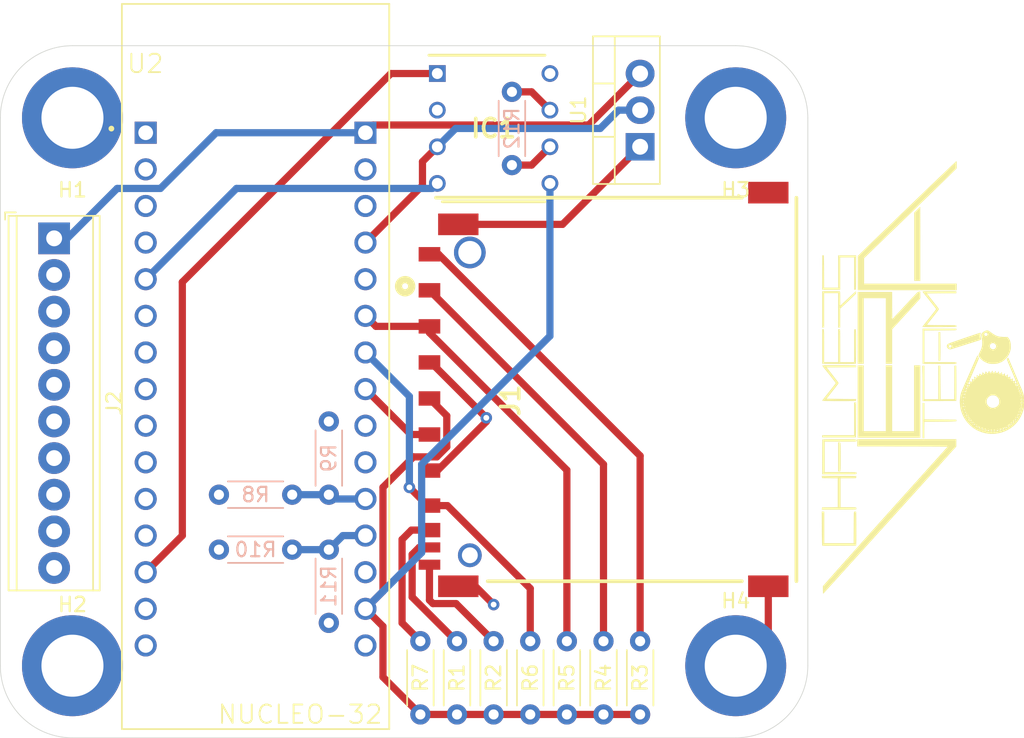
<source format=kicad_pcb>
(kicad_pcb (version 20171130) (host pcbnew "(5.1.10)-1")

  (general
    (thickness 1.6)
    (drawings 12)
    (tracks 94)
    (zones 0)
    (modules 22)
    (nets 51)
  )

  (page A4)
  (layers
    (0 F.Cu signal)
    (31 B.Cu signal)
    (32 B.Adhes user)
    (33 F.Adhes user)
    (34 B.Paste user)
    (35 F.Paste user)
    (36 B.SilkS user)
    (37 F.SilkS user)
    (38 B.Mask user)
    (39 F.Mask user)
    (40 Dwgs.User user hide)
    (41 Cmts.User user)
    (42 Eco1.User user)
    (43 Eco2.User user)
    (44 Edge.Cuts user)
    (45 Margin user)
    (46 B.CrtYd user)
    (47 F.CrtYd user)
    (48 B.Fab user hide)
    (49 F.Fab user hide)
  )

  (setup
    (last_trace_width 0.5)
    (user_trace_width 0.1)
    (user_trace_width 0.25)
    (user_trace_width 0.5)
    (trace_clearance 0.2)
    (zone_clearance 0.508)
    (zone_45_only no)
    (trace_min 0.1)
    (via_size 0.8)
    (via_drill 0.4)
    (via_min_size 0.45)
    (via_min_drill 0.21)
    (user_via 0.45 0.21)
    (uvia_size 0.3)
    (uvia_drill 0.1)
    (uvias_allowed no)
    (uvia_min_size 0.2)
    (uvia_min_drill 0.1)
    (edge_width 0.05)
    (segment_width 0.2)
    (pcb_text_width 0.3)
    (pcb_text_size 1.5 1.5)
    (mod_edge_width 0.12)
    (mod_text_size 1 1)
    (mod_text_width 0.15)
    (pad_size 1.524 1.524)
    (pad_drill 0.762)
    (pad_to_mask_clearance 0.051)
    (solder_mask_min_width 0.25)
    (aux_axis_origin 0 0)
    (visible_elements 7FFFFFFF)
    (pcbplotparams
      (layerselection 0x010fc_ffffffff)
      (usegerberextensions false)
      (usegerberattributes false)
      (usegerberadvancedattributes false)
      (creategerberjobfile false)
      (excludeedgelayer true)
      (linewidth 0.100000)
      (plotframeref false)
      (viasonmask false)
      (mode 1)
      (useauxorigin false)
      (hpglpennumber 1)
      (hpglpenspeed 20)
      (hpglpendiameter 15.000000)
      (psnegative false)
      (psa4output false)
      (plotreference true)
      (plotvalue true)
      (plotinvisibletext false)
      (padsonsilk false)
      (subtractmaskfromsilk false)
      (outputformat 1)
      (mirror false)
      (drillshape 1)
      (scaleselection 1)
      (outputdirectory ""))
  )

  (net 0 "")
  (net 1 GND)
  (net 2 /CAN_RX)
  (net 3 +5V)
  (net 4 /CAN_TX)
  (net 5 +3V3)
  (net 6 /CANL)
  (net 7 /CANH)
  (net 8 "Net-(IC1-Pad8)")
  (net 9 /~SPI1_CS)
  (net 10 /SPI1_MOSI)
  (net 11 /SPI1_SCK)
  (net 12 /SPI1_MISO)
  (net 13 "Net-(J1-Pad8)")
  (net 14 "Net-(J1-Pad9)")
  (net 15 /~CD)
  (net 16 /~WP)
  (net 17 "Net-(J2-Pad10)")
  (net 18 "Net-(J2-Pad9)")
  (net 19 "Net-(J2-Pad8)")
  (net 20 "Net-(J2-Pad7)")
  (net 21 "Net-(J2-Pad6)")
  (net 22 "Net-(J2-Pad5)")
  (net 23 "Net-(J2-Pad4)")
  (net 24 "Net-(J2-Pad3)")
  (net 25 "Net-(J2-Pad2)")
  (net 26 +12V)
  (net 27 "Net-(U2-PadCN3_15)")
  (net 28 "Net-(U2-PadCN3_14)")
  (net 29 "Net-(U2-PadCN3_12)")
  (net 30 "Net-(U2-PadCN3_11)")
  (net 31 "Net-(U2-PadCN3_10)")
  (net 32 "Net-(U2-PadCN3_9)")
  (net 33 /I2C1_SCL)
  (net 34 /I2C1_SDA)
  (net 35 "Net-(U2-PadCN3_6)")
  (net 36 "Net-(U2-PadCN3_4)")
  (net 37 "Net-(U2-PadCN3_3)")
  (net 38 /USAR2_RX)
  (net 39 /USART2_TX)
  (net 40 "Net-(U2-PadCN4_15)")
  (net 41 "Net-(U2-PadCN4_13)")
  (net 42 /Deadmans)
  (net 43 /Tachometer)
  (net 44 "Net-(U2-PadCN4_10)")
  (net 45 "Net-(U2-PadCN4_9)")
  (net 46 "Net-(U2-PadCN4_5)")
  (net 47 "Net-(U2-PadCN4_3)")
  (net 48 "Net-(U2-PadCN4_2)")
  (net 49 /Tach_12V)
  (net 50 /Deadmans_12V)

  (net_class Default "This is the default net class."
    (clearance 0.2)
    (trace_width 0.25)
    (via_dia 0.8)
    (via_drill 0.4)
    (uvia_dia 0.3)
    (uvia_drill 0.1)
    (add_net +12V)
    (add_net +3V3)
    (add_net +5V)
    (add_net /CANH)
    (add_net /CANL)
    (add_net /CAN_RX)
    (add_net /CAN_TX)
    (add_net /Deadmans)
    (add_net /Deadmans_12V)
    (add_net /I2C1_SCL)
    (add_net /I2C1_SDA)
    (add_net /SPI1_MISO)
    (add_net /SPI1_MOSI)
    (add_net /SPI1_SCK)
    (add_net /Tach_12V)
    (add_net /Tachometer)
    (add_net /USAR2_RX)
    (add_net /USART2_TX)
    (add_net /~CD)
    (add_net /~SPI1_CS)
    (add_net /~WP)
    (add_net GND)
    (add_net "Net-(IC1-Pad8)")
    (add_net "Net-(J1-Pad8)")
    (add_net "Net-(J1-Pad9)")
    (add_net "Net-(J2-Pad10)")
    (add_net "Net-(J2-Pad2)")
    (add_net "Net-(J2-Pad3)")
    (add_net "Net-(J2-Pad4)")
    (add_net "Net-(J2-Pad5)")
    (add_net "Net-(J2-Pad6)")
    (add_net "Net-(J2-Pad7)")
    (add_net "Net-(J2-Pad8)")
    (add_net "Net-(J2-Pad9)")
    (add_net "Net-(U2-PadCN3_10)")
    (add_net "Net-(U2-PadCN3_11)")
    (add_net "Net-(U2-PadCN3_12)")
    (add_net "Net-(U2-PadCN3_14)")
    (add_net "Net-(U2-PadCN3_15)")
    (add_net "Net-(U2-PadCN3_3)")
    (add_net "Net-(U2-PadCN3_4)")
    (add_net "Net-(U2-PadCN3_6)")
    (add_net "Net-(U2-PadCN3_9)")
    (add_net "Net-(U2-PadCN4_10)")
    (add_net "Net-(U2-PadCN4_13)")
    (add_net "Net-(U2-PadCN4_15)")
    (add_net "Net-(U2-PadCN4_2)")
    (add_net "Net-(U2-PadCN4_3)")
    (add_net "Net-(U2-PadCN4_5)")
    (add_net "Net-(U2-PadCN4_9)")
  )

  (module Vera-MRS-21:NUCLEO_32 (layer F.Cu) (tedit 60AACDBF) (tstamp 60AB1178)
    (at 139.7 95.25)
    (path /60AB0012)
    (fp_text reference U2 (at -9 -21) (layer F.SilkS)
      (effects (font (size 1.27 1.27) (thickness 0.127)) (justify left))
    )
    (fp_text value NUCLEO-F303K8 (at 0 0) (layer F.Fab)
      (effects (font (size 1 1) (thickness 0.015)))
    )
    (fp_text user NUCLEO-32 (at 8.89 24.13) (layer F.SilkS)
      (effects (font (size 1.27 1.27) (thickness 0.127)) (justify right))
    )
    (fp_line (start -9.27 -25.145) (end 9.27 -25.145) (layer F.Fab) (width 0.127))
    (fp_line (start 9.27 -25.145) (end 9.27 25.145) (layer F.Fab) (width 0.127))
    (fp_line (start 9.27 25.145) (end -9.27 25.145) (layer F.Fab) (width 0.127))
    (fp_line (start -9.27 25.145) (end -9.27 -25.145) (layer F.Fab) (width 0.127))
    (fp_line (start -9.27 -25.145) (end 9.27 -25.145) (layer F.SilkS) (width 0.127))
    (fp_line (start -9.27 25.145) (end -9.27 -25.145) (layer F.SilkS) (width 0.127))
    (fp_line (start 9.27 -25.145) (end 9.27 25.145) (layer F.SilkS) (width 0.127))
    (fp_line (start 9.27 25.145) (end -9.27 25.145) (layer F.SilkS) (width 0.127))
    (fp_circle (center -10 -16.5) (end -9.9 -16.5) (layer F.SilkS) (width 0.2))
    (fp_circle (center -10 -16.5) (end -9.9 -16.5) (layer F.Fab) (width 0.2))
    (fp_line (start -9.52 -25.395) (end 9.52 -25.395) (layer F.CrtYd) (width 0.05))
    (fp_line (start 9.52 -25.395) (end 9.52 25.395) (layer F.CrtYd) (width 0.05))
    (fp_line (start 9.52 25.395) (end -9.52 25.395) (layer F.CrtYd) (width 0.05))
    (fp_line (start -9.52 25.395) (end -9.52 -25.395) (layer F.CrtYd) (width 0.05))
    (pad CN3_15 thru_hole circle (at -7.62 19.345) (size 1.53 1.53) (drill 1.02) (layers *.Cu *.Mask)
      (net 27 "Net-(U2-PadCN3_15)"))
    (pad CN3_14 thru_hole circle (at -7.62 16.805) (size 1.53 1.53) (drill 1.02) (layers *.Cu *.Mask)
      (net 28 "Net-(U2-PadCN3_14)"))
    (pad CN3_13 thru_hole circle (at -7.62 14.265) (size 1.53 1.53) (drill 1.02) (layers *.Cu *.Mask)
      (net 2 /CAN_RX))
    (pad CN3_12 thru_hole circle (at -7.62 11.725) (size 1.53 1.53) (drill 1.02) (layers *.Cu *.Mask)
      (net 29 "Net-(U2-PadCN3_12)"))
    (pad CN3_11 thru_hole circle (at -7.62 9.185) (size 1.53 1.53) (drill 1.02) (layers *.Cu *.Mask)
      (net 30 "Net-(U2-PadCN3_11)"))
    (pad CN3_10 thru_hole circle (at -7.62 6.645) (size 1.53 1.53) (drill 1.02) (layers *.Cu *.Mask)
      (net 31 "Net-(U2-PadCN3_10)"))
    (pad CN3_9 thru_hole circle (at -7.62 4.105) (size 1.53 1.53) (drill 1.02) (layers *.Cu *.Mask)
      (net 32 "Net-(U2-PadCN3_9)"))
    (pad CN3_8 thru_hole circle (at -7.62 1.565) (size 1.53 1.53) (drill 1.02) (layers *.Cu *.Mask)
      (net 33 /I2C1_SCL))
    (pad CN3_7 thru_hole circle (at -7.62 -0.975) (size 1.53 1.53) (drill 1.02) (layers *.Cu *.Mask)
      (net 34 /I2C1_SDA))
    (pad CN3_6 thru_hole circle (at -7.62 -3.515) (size 1.53 1.53) (drill 1.02) (layers *.Cu *.Mask)
      (net 35 "Net-(U2-PadCN3_6)"))
    (pad CN3_5 thru_hole circle (at -7.62 -6.055) (size 1.53 1.53) (drill 1.02) (layers *.Cu *.Mask)
      (net 4 /CAN_TX))
    (pad CN3_4 thru_hole circle (at -7.62 -8.595) (size 1.53 1.53) (drill 1.02) (layers *.Cu *.Mask)
      (net 36 "Net-(U2-PadCN3_4)"))
    (pad CN3_3 thru_hole circle (at -7.62 -11.135) (size 1.53 1.53) (drill 1.02) (layers *.Cu *.Mask)
      (net 37 "Net-(U2-PadCN3_3)"))
    (pad CN3_2 thru_hole circle (at -7.62 -13.675) (size 1.53 1.53) (drill 1.02) (layers *.Cu *.Mask)
      (net 38 /USAR2_RX))
    (pad CN3_1 thru_hole rect (at -7.62 -16.215) (size 1.53 1.53) (drill 1.02) (layers *.Cu *.Mask)
      (net 39 /USART2_TX))
    (pad CN4_15 thru_hole circle (at 7.62 19.345) (size 1.53 1.53) (drill 1.02) (layers *.Cu *.Mask)
      (net 40 "Net-(U2-PadCN4_15)"))
    (pad CN4_14 thru_hole circle (at 7.62 16.805) (size 1.53 1.53) (drill 1.02) (layers *.Cu *.Mask)
      (net 5 +3V3))
    (pad CN4_13 thru_hole circle (at 7.62 14.265) (size 1.53 1.53) (drill 1.02) (layers *.Cu *.Mask)
      (net 41 "Net-(U2-PadCN4_13)"))
    (pad CN4_12 thru_hole circle (at 7.62 11.725) (size 1.53 1.53) (drill 1.02) (layers *.Cu *.Mask)
      (net 42 /Deadmans))
    (pad CN4_11 thru_hole circle (at 7.62 9.185) (size 1.53 1.53) (drill 1.02) (layers *.Cu *.Mask)
      (net 43 /Tachometer))
    (pad CN4_10 thru_hole circle (at 7.62 6.645) (size 1.53 1.53) (drill 1.02) (layers *.Cu *.Mask)
      (net 44 "Net-(U2-PadCN4_10)"))
    (pad CN4_9 thru_hole circle (at 7.62 4.105) (size 1.53 1.53) (drill 1.02) (layers *.Cu *.Mask)
      (net 45 "Net-(U2-PadCN4_9)"))
    (pad CN4_8 thru_hole circle (at 7.62 1.565) (size 1.53 1.53) (drill 1.02) (layers *.Cu *.Mask)
      (net 11 /SPI1_SCK))
    (pad CN4_7 thru_hole circle (at 7.62 -0.975) (size 1.53 1.53) (drill 1.02) (layers *.Cu *.Mask)
      (net 12 /SPI1_MISO))
    (pad CN4_6 thru_hole circle (at 7.62 -3.515) (size 1.53 1.53) (drill 1.02) (layers *.Cu *.Mask)
      (net 10 /SPI1_MOSI))
    (pad CN4_5 thru_hole circle (at 7.62 -6.055) (size 1.53 1.53) (drill 1.02) (layers *.Cu *.Mask)
      (net 46 "Net-(U2-PadCN4_5)"))
    (pad CN4_4 thru_hole circle (at 7.62 -8.595) (size 1.53 1.53) (drill 1.02) (layers *.Cu *.Mask)
      (net 3 +5V))
    (pad CN4_3 thru_hole circle (at 7.62 -11.135) (size 1.53 1.53) (drill 1.02) (layers *.Cu *.Mask)
      (net 47 "Net-(U2-PadCN4_3)"))
    (pad CN4_2 thru_hole circle (at 7.62 -13.675) (size 1.53 1.53) (drill 1.02) (layers *.Cu *.Mask)
      (net 48 "Net-(U2-PadCN4_2)"))
    (pad CN4_1 thru_hole rect (at 7.62 -16.215) (size 1.53 1.53) (drill 1.02) (layers *.Cu *.Mask)
      (net 26 +12V))
    (model ${KIPRJMOD}/libraries/models/STMicroelectronics_-_NUCLEO-F303K8.step
      (offset (xyz -0 0.7112000000000001 0))
      (scale (xyz 1 1 1))
      (rotate (xyz 0 0 0))
    )
  )

  (module Resistor_THT:R_Axial_DIN0204_L3.6mm_D1.6mm_P5.08mm_Horizontal (layer B.Cu) (tedit 5AE5139B) (tstamp 60AB3462)
    (at 157.48 76.2 270)
    (descr "Resistor, Axial_DIN0204 series, Axial, Horizontal, pin pitch=5.08mm, 0.167W, length*diameter=3.6*1.6mm^2, http://cdn-reichelt.de/documents/datenblatt/B400/1_4W%23YAG.pdf")
    (tags "Resistor Axial_DIN0204 series Axial Horizontal pin pitch 5.08mm 0.167W length 3.6mm diameter 1.6mm")
    (path /60AB2350)
    (fp_text reference R12 (at 2.54 0 90) (layer B.SilkS)
      (effects (font (size 1 1) (thickness 0.15)) (justify mirror))
    )
    (fp_text value 120R (at 2.54 -1.92 90) (layer B.Fab)
      (effects (font (size 1 1) (thickness 0.15)) (justify mirror))
    )
    (fp_text user %R (at 2.54 0 90) (layer B.Fab)
      (effects (font (size 0.72 0.72) (thickness 0.108)) (justify mirror))
    )
    (fp_line (start 0.74 0.8) (end 0.74 -0.8) (layer B.Fab) (width 0.1))
    (fp_line (start 0.74 -0.8) (end 4.34 -0.8) (layer B.Fab) (width 0.1))
    (fp_line (start 4.34 -0.8) (end 4.34 0.8) (layer B.Fab) (width 0.1))
    (fp_line (start 4.34 0.8) (end 0.74 0.8) (layer B.Fab) (width 0.1))
    (fp_line (start 0 0) (end 0.74 0) (layer B.Fab) (width 0.1))
    (fp_line (start 5.08 0) (end 4.34 0) (layer B.Fab) (width 0.1))
    (fp_line (start 0.62 0.92) (end 4.46 0.92) (layer B.SilkS) (width 0.12))
    (fp_line (start 0.62 -0.92) (end 4.46 -0.92) (layer B.SilkS) (width 0.12))
    (fp_line (start -0.95 1.05) (end -0.95 -1.05) (layer B.CrtYd) (width 0.05))
    (fp_line (start -0.95 -1.05) (end 6.03 -1.05) (layer B.CrtYd) (width 0.05))
    (fp_line (start 6.03 -1.05) (end 6.03 1.05) (layer B.CrtYd) (width 0.05))
    (fp_line (start 6.03 1.05) (end -0.95 1.05) (layer B.CrtYd) (width 0.05))
    (pad 2 thru_hole oval (at 5.08 0 270) (size 1.4 1.4) (drill 0.7) (layers *.Cu *.Mask)
      (net 6 /CANL))
    (pad 1 thru_hole circle (at 0 0 270) (size 1.4 1.4) (drill 0.7) (layers *.Cu *.Mask)
      (net 7 /CANH))
    (model ${KISYS3DMOD}/Resistor_THT.3dshapes/R_Axial_DIN0204_L3.6mm_D1.6mm_P5.08mm_Horizontal.wrl
      (at (xyz 0 0 0))
      (scale (xyz 1 1 1))
      (rotate (xyz 0 0 0))
    )
  )

  (module Resistor_THT:R_Axial_DIN0204_L3.6mm_D1.6mm_P5.08mm_Horizontal (layer B.Cu) (tedit 5AE5139B) (tstamp 60AB344F)
    (at 144.78 107.95 270)
    (descr "Resistor, Axial_DIN0204 series, Axial, Horizontal, pin pitch=5.08mm, 0.167W, length*diameter=3.6*1.6mm^2, http://cdn-reichelt.de/documents/datenblatt/B400/1_4W%23YAG.pdf")
    (tags "Resistor Axial_DIN0204 series Axial Horizontal pin pitch 5.08mm 0.167W length 3.6mm diameter 1.6mm")
    (path /60949B67)
    (fp_text reference R11 (at 2.54 0 270) (layer B.SilkS)
      (effects (font (size 1 1) (thickness 0.15)) (justify mirror))
    )
    (fp_text value 10k (at 2.54 -1.92 270) (layer B.Fab)
      (effects (font (size 1 1) (thickness 0.15)) (justify mirror))
    )
    (fp_line (start 6.03 1.05) (end -0.95 1.05) (layer B.CrtYd) (width 0.05))
    (fp_line (start 6.03 -1.05) (end 6.03 1.05) (layer B.CrtYd) (width 0.05))
    (fp_line (start -0.95 -1.05) (end 6.03 -1.05) (layer B.CrtYd) (width 0.05))
    (fp_line (start -0.95 1.05) (end -0.95 -1.05) (layer B.CrtYd) (width 0.05))
    (fp_line (start 0.62 -0.92) (end 4.46 -0.92) (layer B.SilkS) (width 0.12))
    (fp_line (start 0.62 0.92) (end 4.46 0.92) (layer B.SilkS) (width 0.12))
    (fp_line (start 5.08 0) (end 4.34 0) (layer B.Fab) (width 0.1))
    (fp_line (start 0 0) (end 0.74 0) (layer B.Fab) (width 0.1))
    (fp_line (start 4.34 0.8) (end 0.74 0.8) (layer B.Fab) (width 0.1))
    (fp_line (start 4.34 -0.8) (end 4.34 0.8) (layer B.Fab) (width 0.1))
    (fp_line (start 0.74 -0.8) (end 4.34 -0.8) (layer B.Fab) (width 0.1))
    (fp_line (start 0.74 0.8) (end 0.74 -0.8) (layer B.Fab) (width 0.1))
    (fp_text user %R (at 2.54 0 270) (layer B.Fab)
      (effects (font (size 0.72 0.72) (thickness 0.108)) (justify mirror))
    )
    (pad 1 thru_hole circle (at 0 0 270) (size 1.4 1.4) (drill 0.7) (layers *.Cu *.Mask)
      (net 42 /Deadmans))
    (pad 2 thru_hole oval (at 5.08 0 270) (size 1.4 1.4) (drill 0.7) (layers *.Cu *.Mask)
      (net 1 GND))
    (model ${KISYS3DMOD}/Resistor_THT.3dshapes/R_Axial_DIN0204_L3.6mm_D1.6mm_P5.08mm_Horizontal.wrl
      (at (xyz 0 0 0))
      (scale (xyz 1 1 1))
      (rotate (xyz 0 0 0))
    )
  )

  (module Resistor_THT:R_Axial_DIN0204_L3.6mm_D1.6mm_P5.08mm_Horizontal (layer B.Cu) (tedit 5AE5139B) (tstamp 60AB343C)
    (at 137.16 107.95)
    (descr "Resistor, Axial_DIN0204 series, Axial, Horizontal, pin pitch=5.08mm, 0.167W, length*diameter=3.6*1.6mm^2, http://cdn-reichelt.de/documents/datenblatt/B400/1_4W%23YAG.pdf")
    (tags "Resistor Axial_DIN0204 series Axial Horizontal pin pitch 5.08mm 0.167W length 3.6mm diameter 1.6mm")
    (path /60949FD4)
    (fp_text reference R10 (at 2.54 0 180) (layer B.SilkS)
      (effects (font (size 1 1) (thickness 0.15)) (justify mirror))
    )
    (fp_text value 4k2 (at 2.54 -1.92 180) (layer B.Fab)
      (effects (font (size 1 1) (thickness 0.15)) (justify mirror))
    )
    (fp_line (start 6.03 1.05) (end -0.95 1.05) (layer B.CrtYd) (width 0.05))
    (fp_line (start 6.03 -1.05) (end 6.03 1.05) (layer B.CrtYd) (width 0.05))
    (fp_line (start -0.95 -1.05) (end 6.03 -1.05) (layer B.CrtYd) (width 0.05))
    (fp_line (start -0.95 1.05) (end -0.95 -1.05) (layer B.CrtYd) (width 0.05))
    (fp_line (start 0.62 -0.92) (end 4.46 -0.92) (layer B.SilkS) (width 0.12))
    (fp_line (start 0.62 0.92) (end 4.46 0.92) (layer B.SilkS) (width 0.12))
    (fp_line (start 5.08 0) (end 4.34 0) (layer B.Fab) (width 0.1))
    (fp_line (start 0 0) (end 0.74 0) (layer B.Fab) (width 0.1))
    (fp_line (start 4.34 0.8) (end 0.74 0.8) (layer B.Fab) (width 0.1))
    (fp_line (start 4.34 -0.8) (end 4.34 0.8) (layer B.Fab) (width 0.1))
    (fp_line (start 0.74 -0.8) (end 4.34 -0.8) (layer B.Fab) (width 0.1))
    (fp_line (start 0.74 0.8) (end 0.74 -0.8) (layer B.Fab) (width 0.1))
    (fp_text user %R (at 2.54 0 180) (layer B.Fab)
      (effects (font (size 0.72 0.72) (thickness 0.108)) (justify mirror))
    )
    (pad 1 thru_hole circle (at 0 0) (size 1.4 1.4) (drill 0.7) (layers *.Cu *.Mask)
      (net 50 /Deadmans_12V))
    (pad 2 thru_hole oval (at 5.08 0) (size 1.4 1.4) (drill 0.7) (layers *.Cu *.Mask)
      (net 42 /Deadmans))
    (model ${KISYS3DMOD}/Resistor_THT.3dshapes/R_Axial_DIN0204_L3.6mm_D1.6mm_P5.08mm_Horizontal.wrl
      (at (xyz 0 0 0))
      (scale (xyz 1 1 1))
      (rotate (xyz 0 0 0))
    )
  )

  (module Resistor_THT:R_Axial_DIN0204_L3.6mm_D1.6mm_P5.08mm_Horizontal (layer B.Cu) (tedit 5AE5139B) (tstamp 60AB436B)
    (at 144.78 104.14 90)
    (descr "Resistor, Axial_DIN0204 series, Axial, Horizontal, pin pitch=5.08mm, 0.167W, length*diameter=3.6*1.6mm^2, http://cdn-reichelt.de/documents/datenblatt/B400/1_4W%23YAG.pdf")
    (tags "Resistor Axial_DIN0204 series Axial Horizontal pin pitch 5.08mm 0.167W length 3.6mm diameter 1.6mm")
    (path /60B3CEF3)
    (fp_text reference R9 (at 2.54 0 270) (layer B.SilkS)
      (effects (font (size 1 1) (thickness 0.15)) (justify mirror))
    )
    (fp_text value 10k (at 2.54 -1.92 270) (layer B.Fab)
      (effects (font (size 1 1) (thickness 0.15)) (justify mirror))
    )
    (fp_line (start 6.03 1.05) (end -0.95 1.05) (layer B.CrtYd) (width 0.05))
    (fp_line (start 6.03 -1.05) (end 6.03 1.05) (layer B.CrtYd) (width 0.05))
    (fp_line (start -0.95 -1.05) (end 6.03 -1.05) (layer B.CrtYd) (width 0.05))
    (fp_line (start -0.95 1.05) (end -0.95 -1.05) (layer B.CrtYd) (width 0.05))
    (fp_line (start 0.62 -0.92) (end 4.46 -0.92) (layer B.SilkS) (width 0.12))
    (fp_line (start 0.62 0.92) (end 4.46 0.92) (layer B.SilkS) (width 0.12))
    (fp_line (start 5.08 0) (end 4.34 0) (layer B.Fab) (width 0.1))
    (fp_line (start 0 0) (end 0.74 0) (layer B.Fab) (width 0.1))
    (fp_line (start 4.34 0.8) (end 0.74 0.8) (layer B.Fab) (width 0.1))
    (fp_line (start 4.34 -0.8) (end 4.34 0.8) (layer B.Fab) (width 0.1))
    (fp_line (start 0.74 -0.8) (end 4.34 -0.8) (layer B.Fab) (width 0.1))
    (fp_line (start 0.74 0.8) (end 0.74 -0.8) (layer B.Fab) (width 0.1))
    (fp_text user %R (at 2.54 0 270) (layer B.Fab)
      (effects (font (size 0.72 0.72) (thickness 0.108)) (justify mirror))
    )
    (pad 1 thru_hole circle (at 0 0 90) (size 1.4 1.4) (drill 0.7) (layers *.Cu *.Mask)
      (net 43 /Tachometer))
    (pad 2 thru_hole oval (at 5.08 0 90) (size 1.4 1.4) (drill 0.7) (layers *.Cu *.Mask)
      (net 1 GND))
    (model ${KISYS3DMOD}/Resistor_THT.3dshapes/R_Axial_DIN0204_L3.6mm_D1.6mm_P5.08mm_Horizontal.wrl
      (at (xyz 0 0 0))
      (scale (xyz 1 1 1))
      (rotate (xyz 0 0 0))
    )
  )

  (module Resistor_THT:R_Axial_DIN0204_L3.6mm_D1.6mm_P5.08mm_Horizontal (layer B.Cu) (tedit 5AE5139B) (tstamp 60AB43A1)
    (at 137.16 104.14)
    (descr "Resistor, Axial_DIN0204 series, Axial, Horizontal, pin pitch=5.08mm, 0.167W, length*diameter=3.6*1.6mm^2, http://cdn-reichelt.de/documents/datenblatt/B400/1_4W%23YAG.pdf")
    (tags "Resistor Axial_DIN0204 series Axial Horizontal pin pitch 5.08mm 0.167W length 3.6mm diameter 1.6mm")
    (path /60B3CEF9)
    (fp_text reference R8 (at 2.54 0 180) (layer B.SilkS)
      (effects (font (size 1 1) (thickness 0.15)) (justify mirror))
    )
    (fp_text value 4k2 (at 2.54 -1.92 180) (layer B.Fab)
      (effects (font (size 1 1) (thickness 0.15)) (justify mirror))
    )
    (fp_line (start 6.03 1.05) (end -0.95 1.05) (layer B.CrtYd) (width 0.05))
    (fp_line (start 6.03 -1.05) (end 6.03 1.05) (layer B.CrtYd) (width 0.05))
    (fp_line (start -0.95 -1.05) (end 6.03 -1.05) (layer B.CrtYd) (width 0.05))
    (fp_line (start -0.95 1.05) (end -0.95 -1.05) (layer B.CrtYd) (width 0.05))
    (fp_line (start 0.62 -0.92) (end 4.46 -0.92) (layer B.SilkS) (width 0.12))
    (fp_line (start 0.62 0.92) (end 4.46 0.92) (layer B.SilkS) (width 0.12))
    (fp_line (start 5.08 0) (end 4.34 0) (layer B.Fab) (width 0.1))
    (fp_line (start 0 0) (end 0.74 0) (layer B.Fab) (width 0.1))
    (fp_line (start 4.34 0.8) (end 0.74 0.8) (layer B.Fab) (width 0.1))
    (fp_line (start 4.34 -0.8) (end 4.34 0.8) (layer B.Fab) (width 0.1))
    (fp_line (start 0.74 -0.8) (end 4.34 -0.8) (layer B.Fab) (width 0.1))
    (fp_line (start 0.74 0.8) (end 0.74 -0.8) (layer B.Fab) (width 0.1))
    (fp_text user %R (at 2.54 0 180) (layer B.Fab)
      (effects (font (size 0.72 0.72) (thickness 0.108)) (justify mirror))
    )
    (pad 1 thru_hole circle (at 0 0) (size 1.4 1.4) (drill 0.7) (layers *.Cu *.Mask)
      (net 49 /Tach_12V))
    (pad 2 thru_hole oval (at 5.08 0) (size 1.4 1.4) (drill 0.7) (layers *.Cu *.Mask)
      (net 43 /Tachometer))
    (model ${KISYS3DMOD}/Resistor_THT.3dshapes/R_Axial_DIN0204_L3.6mm_D1.6mm_P5.08mm_Horizontal.wrl
      (at (xyz 0 0 0))
      (scale (xyz 1 1 1))
      (rotate (xyz 0 0 0))
    )
  )

  (module Resistor_THT:R_Axial_DIN0204_L3.6mm_D1.6mm_P5.08mm_Horizontal (layer F.Cu) (tedit 5AE5139B) (tstamp 60AB3403)
    (at 151.13 119.38 90)
    (descr "Resistor, Axial_DIN0204 series, Axial, Horizontal, pin pitch=5.08mm, 0.167W, length*diameter=3.6*1.6mm^2, http://cdn-reichelt.de/documents/datenblatt/B400/1_4W%23YAG.pdf")
    (tags "Resistor Axial_DIN0204 series Axial Horizontal pin pitch 5.08mm 0.167W length 3.6mm diameter 1.6mm")
    (path /60AD476B)
    (fp_text reference R7 (at 2.54 0 90) (layer F.SilkS)
      (effects (font (size 1 1) (thickness 0.15)))
    )
    (fp_text value 50k (at 2.54 1.92 90) (layer F.Fab)
      (effects (font (size 1 1) (thickness 0.15)))
    )
    (fp_text user %R (at 2.54 0 90) (layer F.Fab)
      (effects (font (size 0.72 0.72) (thickness 0.108)))
    )
    (fp_line (start 0.74 -0.8) (end 0.74 0.8) (layer F.Fab) (width 0.1))
    (fp_line (start 0.74 0.8) (end 4.34 0.8) (layer F.Fab) (width 0.1))
    (fp_line (start 4.34 0.8) (end 4.34 -0.8) (layer F.Fab) (width 0.1))
    (fp_line (start 4.34 -0.8) (end 0.74 -0.8) (layer F.Fab) (width 0.1))
    (fp_line (start 0 0) (end 0.74 0) (layer F.Fab) (width 0.1))
    (fp_line (start 5.08 0) (end 4.34 0) (layer F.Fab) (width 0.1))
    (fp_line (start 0.62 -0.92) (end 4.46 -0.92) (layer F.SilkS) (width 0.12))
    (fp_line (start 0.62 0.92) (end 4.46 0.92) (layer F.SilkS) (width 0.12))
    (fp_line (start -0.95 -1.05) (end -0.95 1.05) (layer F.CrtYd) (width 0.05))
    (fp_line (start -0.95 1.05) (end 6.03 1.05) (layer F.CrtYd) (width 0.05))
    (fp_line (start 6.03 1.05) (end 6.03 -1.05) (layer F.CrtYd) (width 0.05))
    (fp_line (start 6.03 -1.05) (end -0.95 -1.05) (layer F.CrtYd) (width 0.05))
    (pad 2 thru_hole oval (at 5.08 0 90) (size 1.4 1.4) (drill 0.7) (layers *.Cu *.Mask)
      (net 13 "Net-(J1-Pad8)"))
    (pad 1 thru_hole circle (at 0 0 90) (size 1.4 1.4) (drill 0.7) (layers *.Cu *.Mask)
      (net 5 +3V3))
    (model ${KISYS3DMOD}/Resistor_THT.3dshapes/R_Axial_DIN0204_L3.6mm_D1.6mm_P5.08mm_Horizontal.wrl
      (at (xyz 0 0 0))
      (scale (xyz 1 1 1))
      (rotate (xyz 0 0 0))
    )
  )

  (module Resistor_THT:R_Axial_DIN0204_L3.6mm_D1.6mm_P5.08mm_Horizontal (layer F.Cu) (tedit 5AE5139B) (tstamp 60AB3723)
    (at 158.75 119.38 90)
    (descr "Resistor, Axial_DIN0204 series, Axial, Horizontal, pin pitch=5.08mm, 0.167W, length*diameter=3.6*1.6mm^2, http://cdn-reichelt.de/documents/datenblatt/B400/1_4W%23YAG.pdf")
    (tags "Resistor Axial_DIN0204 series Axial Horizontal pin pitch 5.08mm 0.167W length 3.6mm diameter 1.6mm")
    (path /60AD4597)
    (fp_text reference R6 (at 2.54 0 90) (layer F.SilkS)
      (effects (font (size 1 1) (thickness 0.15)))
    )
    (fp_text value 50k (at 2.54 1.92 90) (layer F.Fab)
      (effects (font (size 1 1) (thickness 0.15)))
    )
    (fp_text user %R (at 2.54 0 90) (layer F.Fab)
      (effects (font (size 0.72 0.72) (thickness 0.108)))
    )
    (fp_line (start 0.74 -0.8) (end 0.74 0.8) (layer F.Fab) (width 0.1))
    (fp_line (start 0.74 0.8) (end 4.34 0.8) (layer F.Fab) (width 0.1))
    (fp_line (start 4.34 0.8) (end 4.34 -0.8) (layer F.Fab) (width 0.1))
    (fp_line (start 4.34 -0.8) (end 0.74 -0.8) (layer F.Fab) (width 0.1))
    (fp_line (start 0 0) (end 0.74 0) (layer F.Fab) (width 0.1))
    (fp_line (start 5.08 0) (end 4.34 0) (layer F.Fab) (width 0.1))
    (fp_line (start 0.62 -0.92) (end 4.46 -0.92) (layer F.SilkS) (width 0.12))
    (fp_line (start 0.62 0.92) (end 4.46 0.92) (layer F.SilkS) (width 0.12))
    (fp_line (start -0.95 -1.05) (end -0.95 1.05) (layer F.CrtYd) (width 0.05))
    (fp_line (start -0.95 1.05) (end 6.03 1.05) (layer F.CrtYd) (width 0.05))
    (fp_line (start 6.03 1.05) (end 6.03 -1.05) (layer F.CrtYd) (width 0.05))
    (fp_line (start 6.03 -1.05) (end -0.95 -1.05) (layer F.CrtYd) (width 0.05))
    (pad 2 thru_hole oval (at 5.08 0 90) (size 1.4 1.4) (drill 0.7) (layers *.Cu *.Mask)
      (net 12 /SPI1_MISO))
    (pad 1 thru_hole circle (at 0 0 90) (size 1.4 1.4) (drill 0.7) (layers *.Cu *.Mask)
      (net 5 +3V3))
    (model ${KISYS3DMOD}/Resistor_THT.3dshapes/R_Axial_DIN0204_L3.6mm_D1.6mm_P5.08mm_Horizontal.wrl
      (at (xyz 0 0 0))
      (scale (xyz 1 1 1))
      (rotate (xyz 0 0 0))
    )
  )

  (module Resistor_THT:R_Axial_DIN0204_L3.6mm_D1.6mm_P5.08mm_Horizontal (layer F.Cu) (tedit 5AE5139B) (tstamp 60AB46E5)
    (at 161.29 119.38 90)
    (descr "Resistor, Axial_DIN0204 series, Axial, Horizontal, pin pitch=5.08mm, 0.167W, length*diameter=3.6*1.6mm^2, http://cdn-reichelt.de/documents/datenblatt/B400/1_4W%23YAG.pdf")
    (tags "Resistor Axial_DIN0204 series Axial Horizontal pin pitch 5.08mm 0.167W length 3.6mm diameter 1.6mm")
    (path /60AD43B2)
    (fp_text reference R5 (at 2.54 0 90) (layer F.SilkS)
      (effects (font (size 1 1) (thickness 0.15)))
    )
    (fp_text value 50k (at 2.54 1.92 90) (layer F.Fab)
      (effects (font (size 1 1) (thickness 0.15)))
    )
    (fp_line (start 6.03 -1.05) (end -0.95 -1.05) (layer F.CrtYd) (width 0.05))
    (fp_line (start 6.03 1.05) (end 6.03 -1.05) (layer F.CrtYd) (width 0.05))
    (fp_line (start -0.95 1.05) (end 6.03 1.05) (layer F.CrtYd) (width 0.05))
    (fp_line (start -0.95 -1.05) (end -0.95 1.05) (layer F.CrtYd) (width 0.05))
    (fp_line (start 0.62 0.92) (end 4.46 0.92) (layer F.SilkS) (width 0.12))
    (fp_line (start 0.62 -0.92) (end 4.46 -0.92) (layer F.SilkS) (width 0.12))
    (fp_line (start 5.08 0) (end 4.34 0) (layer F.Fab) (width 0.1))
    (fp_line (start 0 0) (end 0.74 0) (layer F.Fab) (width 0.1))
    (fp_line (start 4.34 -0.8) (end 0.74 -0.8) (layer F.Fab) (width 0.1))
    (fp_line (start 4.34 0.8) (end 4.34 -0.8) (layer F.Fab) (width 0.1))
    (fp_line (start 0.74 0.8) (end 4.34 0.8) (layer F.Fab) (width 0.1))
    (fp_line (start 0.74 -0.8) (end 0.74 0.8) (layer F.Fab) (width 0.1))
    (fp_text user %R (at 2.54 0 90) (layer F.Fab)
      (effects (font (size 0.72 0.72) (thickness 0.108)))
    )
    (pad 1 thru_hole circle (at 0 0 90) (size 1.4 1.4) (drill 0.7) (layers *.Cu *.Mask)
      (net 5 +3V3))
    (pad 2 thru_hole oval (at 5.08 0 90) (size 1.4 1.4) (drill 0.7) (layers *.Cu *.Mask)
      (net 10 /SPI1_MOSI))
    (model ${KISYS3DMOD}/Resistor_THT.3dshapes/R_Axial_DIN0204_L3.6mm_D1.6mm_P5.08mm_Horizontal.wrl
      (at (xyz 0 0 0))
      (scale (xyz 1 1 1))
      (rotate (xyz 0 0 0))
    )
  )

  (module Resistor_THT:R_Axial_DIN0204_L3.6mm_D1.6mm_P5.08mm_Horizontal (layer F.Cu) (tedit 5AE5139B) (tstamp 60AB4679)
    (at 163.83 119.38 90)
    (descr "Resistor, Axial_DIN0204 series, Axial, Horizontal, pin pitch=5.08mm, 0.167W, length*diameter=3.6*1.6mm^2, http://cdn-reichelt.de/documents/datenblatt/B400/1_4W%23YAG.pdf")
    (tags "Resistor Axial_DIN0204 series Axial Horizontal pin pitch 5.08mm 0.167W length 3.6mm diameter 1.6mm")
    (path /60AD411E)
    (fp_text reference R4 (at 2.54 0 90) (layer F.SilkS)
      (effects (font (size 1 1) (thickness 0.15)))
    )
    (fp_text value 50k (at 2.54 1.92 90) (layer F.Fab)
      (effects (font (size 1 1) (thickness 0.15)))
    )
    (fp_line (start 6.03 -1.05) (end -0.95 -1.05) (layer F.CrtYd) (width 0.05))
    (fp_line (start 6.03 1.05) (end 6.03 -1.05) (layer F.CrtYd) (width 0.05))
    (fp_line (start -0.95 1.05) (end 6.03 1.05) (layer F.CrtYd) (width 0.05))
    (fp_line (start -0.95 -1.05) (end -0.95 1.05) (layer F.CrtYd) (width 0.05))
    (fp_line (start 0.62 0.92) (end 4.46 0.92) (layer F.SilkS) (width 0.12))
    (fp_line (start 0.62 -0.92) (end 4.46 -0.92) (layer F.SilkS) (width 0.12))
    (fp_line (start 5.08 0) (end 4.34 0) (layer F.Fab) (width 0.1))
    (fp_line (start 0 0) (end 0.74 0) (layer F.Fab) (width 0.1))
    (fp_line (start 4.34 -0.8) (end 0.74 -0.8) (layer F.Fab) (width 0.1))
    (fp_line (start 4.34 0.8) (end 4.34 -0.8) (layer F.Fab) (width 0.1))
    (fp_line (start 0.74 0.8) (end 4.34 0.8) (layer F.Fab) (width 0.1))
    (fp_line (start 0.74 -0.8) (end 0.74 0.8) (layer F.Fab) (width 0.1))
    (fp_text user %R (at 2.54 0 90) (layer F.Fab)
      (effects (font (size 0.72 0.72) (thickness 0.108)))
    )
    (pad 1 thru_hole circle (at 0 0 90) (size 1.4 1.4) (drill 0.7) (layers *.Cu *.Mask)
      (net 5 +3V3))
    (pad 2 thru_hole oval (at 5.08 0 90) (size 1.4 1.4) (drill 0.7) (layers *.Cu *.Mask)
      (net 9 /~SPI1_CS))
    (model ${KISYS3DMOD}/Resistor_THT.3dshapes/R_Axial_DIN0204_L3.6mm_D1.6mm_P5.08mm_Horizontal.wrl
      (at (xyz 0 0 0))
      (scale (xyz 1 1 1))
      (rotate (xyz 0 0 0))
    )
  )

  (module Resistor_THT:R_Axial_DIN0204_L3.6mm_D1.6mm_P5.08mm_Horizontal (layer F.Cu) (tedit 5AE5139B) (tstamp 60AB46AF)
    (at 166.37 119.38 90)
    (descr "Resistor, Axial_DIN0204 series, Axial, Horizontal, pin pitch=5.08mm, 0.167W, length*diameter=3.6*1.6mm^2, http://cdn-reichelt.de/documents/datenblatt/B400/1_4W%23YAG.pdf")
    (tags "Resistor Axial_DIN0204 series Axial Horizontal pin pitch 5.08mm 0.167W length 3.6mm diameter 1.6mm")
    (path /60AD3459)
    (fp_text reference R3 (at 2.54 0 90) (layer F.SilkS)
      (effects (font (size 1 1) (thickness 0.15)))
    )
    (fp_text value 50k (at 2.54 1.92 90) (layer F.Fab)
      (effects (font (size 1 1) (thickness 0.15)))
    )
    (fp_line (start 6.03 -1.05) (end -0.95 -1.05) (layer F.CrtYd) (width 0.05))
    (fp_line (start 6.03 1.05) (end 6.03 -1.05) (layer F.CrtYd) (width 0.05))
    (fp_line (start -0.95 1.05) (end 6.03 1.05) (layer F.CrtYd) (width 0.05))
    (fp_line (start -0.95 -1.05) (end -0.95 1.05) (layer F.CrtYd) (width 0.05))
    (fp_line (start 0.62 0.92) (end 4.46 0.92) (layer F.SilkS) (width 0.12))
    (fp_line (start 0.62 -0.92) (end 4.46 -0.92) (layer F.SilkS) (width 0.12))
    (fp_line (start 5.08 0) (end 4.34 0) (layer F.Fab) (width 0.1))
    (fp_line (start 0 0) (end 0.74 0) (layer F.Fab) (width 0.1))
    (fp_line (start 4.34 -0.8) (end 0.74 -0.8) (layer F.Fab) (width 0.1))
    (fp_line (start 4.34 0.8) (end 4.34 -0.8) (layer F.Fab) (width 0.1))
    (fp_line (start 0.74 0.8) (end 4.34 0.8) (layer F.Fab) (width 0.1))
    (fp_line (start 0.74 -0.8) (end 0.74 0.8) (layer F.Fab) (width 0.1))
    (fp_text user %R (at 2.54 0 90) (layer F.Fab)
      (effects (font (size 0.72 0.72) (thickness 0.108)))
    )
    (pad 1 thru_hole circle (at 0 0 90) (size 1.4 1.4) (drill 0.7) (layers *.Cu *.Mask)
      (net 5 +3V3))
    (pad 2 thru_hole oval (at 5.08 0 90) (size 1.4 1.4) (drill 0.7) (layers *.Cu *.Mask)
      (net 14 "Net-(J1-Pad9)"))
    (model ${KISYS3DMOD}/Resistor_THT.3dshapes/R_Axial_DIN0204_L3.6mm_D1.6mm_P5.08mm_Horizontal.wrl
      (at (xyz 0 0 0))
      (scale (xyz 1 1 1))
      (rotate (xyz 0 0 0))
    )
  )

  (module Resistor_THT:R_Axial_DIN0204_L3.6mm_D1.6mm_P5.08mm_Horizontal (layer F.Cu) (tedit 5AE5139B) (tstamp 60AB36B7)
    (at 156.21 119.38 90)
    (descr "Resistor, Axial_DIN0204 series, Axial, Horizontal, pin pitch=5.08mm, 0.167W, length*diameter=3.6*1.6mm^2, http://cdn-reichelt.de/documents/datenblatt/B400/1_4W%23YAG.pdf")
    (tags "Resistor Axial_DIN0204 series Axial Horizontal pin pitch 5.08mm 0.167W length 3.6mm diameter 1.6mm")
    (path /60ADC5C7)
    (fp_text reference R2 (at 2.54 0 90) (layer F.SilkS)
      (effects (font (size 1 1) (thickness 0.15)))
    )
    (fp_text value 50k (at 2.54 1.92 90) (layer F.Fab)
      (effects (font (size 1 1) (thickness 0.15)))
    )
    (fp_text user %R (at 2.54 0 90) (layer F.Fab)
      (effects (font (size 0.72 0.72) (thickness 0.108)))
    )
    (fp_line (start 0.74 -0.8) (end 0.74 0.8) (layer F.Fab) (width 0.1))
    (fp_line (start 0.74 0.8) (end 4.34 0.8) (layer F.Fab) (width 0.1))
    (fp_line (start 4.34 0.8) (end 4.34 -0.8) (layer F.Fab) (width 0.1))
    (fp_line (start 4.34 -0.8) (end 0.74 -0.8) (layer F.Fab) (width 0.1))
    (fp_line (start 0 0) (end 0.74 0) (layer F.Fab) (width 0.1))
    (fp_line (start 5.08 0) (end 4.34 0) (layer F.Fab) (width 0.1))
    (fp_line (start 0.62 -0.92) (end 4.46 -0.92) (layer F.SilkS) (width 0.12))
    (fp_line (start 0.62 0.92) (end 4.46 0.92) (layer F.SilkS) (width 0.12))
    (fp_line (start -0.95 -1.05) (end -0.95 1.05) (layer F.CrtYd) (width 0.05))
    (fp_line (start -0.95 1.05) (end 6.03 1.05) (layer F.CrtYd) (width 0.05))
    (fp_line (start 6.03 1.05) (end 6.03 -1.05) (layer F.CrtYd) (width 0.05))
    (fp_line (start 6.03 -1.05) (end -0.95 -1.05) (layer F.CrtYd) (width 0.05))
    (pad 2 thru_hole oval (at 5.08 0 90) (size 1.4 1.4) (drill 0.7) (layers *.Cu *.Mask)
      (net 16 /~WP))
    (pad 1 thru_hole circle (at 0 0 90) (size 1.4 1.4) (drill 0.7) (layers *.Cu *.Mask)
      (net 5 +3V3))
    (model ${KISYS3DMOD}/Resistor_THT.3dshapes/R_Axial_DIN0204_L3.6mm_D1.6mm_P5.08mm_Horizontal.wrl
      (at (xyz 0 0 0))
      (scale (xyz 1 1 1))
      (rotate (xyz 0 0 0))
    )
  )

  (module Resistor_THT:R_Axial_DIN0204_L3.6mm_D1.6mm_P5.08mm_Horizontal (layer F.Cu) (tedit 5AE5139B) (tstamp 60AB3759)
    (at 153.67 119.38 90)
    (descr "Resistor, Axial_DIN0204 series, Axial, Horizontal, pin pitch=5.08mm, 0.167W, length*diameter=3.6*1.6mm^2, http://cdn-reichelt.de/documents/datenblatt/B400/1_4W%23YAG.pdf")
    (tags "Resistor Axial_DIN0204 series Axial Horizontal pin pitch 5.08mm 0.167W length 3.6mm diameter 1.6mm")
    (path /60ADC8F8)
    (fp_text reference R1 (at 2.54 0 90) (layer F.SilkS)
      (effects (font (size 1 1) (thickness 0.15)))
    )
    (fp_text value 50k (at 2.54 1.92 90) (layer F.Fab)
      (effects (font (size 1 1) (thickness 0.15)))
    )
    (fp_text user %R (at 2.54 0 90) (layer F.Fab)
      (effects (font (size 0.72 0.72) (thickness 0.108)))
    )
    (fp_line (start 0.74 -0.8) (end 0.74 0.8) (layer F.Fab) (width 0.1))
    (fp_line (start 0.74 0.8) (end 4.34 0.8) (layer F.Fab) (width 0.1))
    (fp_line (start 4.34 0.8) (end 4.34 -0.8) (layer F.Fab) (width 0.1))
    (fp_line (start 4.34 -0.8) (end 0.74 -0.8) (layer F.Fab) (width 0.1))
    (fp_line (start 0 0) (end 0.74 0) (layer F.Fab) (width 0.1))
    (fp_line (start 5.08 0) (end 4.34 0) (layer F.Fab) (width 0.1))
    (fp_line (start 0.62 -0.92) (end 4.46 -0.92) (layer F.SilkS) (width 0.12))
    (fp_line (start 0.62 0.92) (end 4.46 0.92) (layer F.SilkS) (width 0.12))
    (fp_line (start -0.95 -1.05) (end -0.95 1.05) (layer F.CrtYd) (width 0.05))
    (fp_line (start -0.95 1.05) (end 6.03 1.05) (layer F.CrtYd) (width 0.05))
    (fp_line (start 6.03 1.05) (end 6.03 -1.05) (layer F.CrtYd) (width 0.05))
    (fp_line (start 6.03 -1.05) (end -0.95 -1.05) (layer F.CrtYd) (width 0.05))
    (pad 2 thru_hole oval (at 5.08 0 90) (size 1.4 1.4) (drill 0.7) (layers *.Cu *.Mask)
      (net 15 /~CD))
    (pad 1 thru_hole circle (at 0 0 90) (size 1.4 1.4) (drill 0.7) (layers *.Cu *.Mask)
      (net 5 +3V3))
    (model ${KISYS3DMOD}/Resistor_THT.3dshapes/R_Axial_DIN0204_L3.6mm_D1.6mm_P5.08mm_Horizontal.wrl
      (at (xyz 0 0 0))
      (scale (xyz 1 1 1))
      (rotate (xyz 0 0 0))
    )
  )

  (module Package_TO_SOT_THT:TO-220-3_Vertical (layer F.Cu) (tedit 5AC8BA0D) (tstamp 60AB29F1)
    (at 166.37 80.01 90)
    (descr "TO-220-3, Vertical, RM 2.54mm, see https://www.vishay.com/docs/66542/to-220-1.pdf")
    (tags "TO-220-3 Vertical RM 2.54mm")
    (path /60B95E0A)
    (fp_text reference U1 (at 2.54 -4.27 90) (layer F.SilkS)
      (effects (font (size 1 1) (thickness 0.15)))
    )
    (fp_text value LM1084-5.0 (at 2.54 2.5 90) (layer F.Fab)
      (effects (font (size 1 1) (thickness 0.15)))
    )
    (fp_text user %R (at 2.54 -4.27 90) (layer F.Fab)
      (effects (font (size 1 1) (thickness 0.15)))
    )
    (fp_line (start -2.46 -3.15) (end -2.46 1.25) (layer F.Fab) (width 0.1))
    (fp_line (start -2.46 1.25) (end 7.54 1.25) (layer F.Fab) (width 0.1))
    (fp_line (start 7.54 1.25) (end 7.54 -3.15) (layer F.Fab) (width 0.1))
    (fp_line (start 7.54 -3.15) (end -2.46 -3.15) (layer F.Fab) (width 0.1))
    (fp_line (start -2.46 -1.88) (end 7.54 -1.88) (layer F.Fab) (width 0.1))
    (fp_line (start 0.69 -3.15) (end 0.69 -1.88) (layer F.Fab) (width 0.1))
    (fp_line (start 4.39 -3.15) (end 4.39 -1.88) (layer F.Fab) (width 0.1))
    (fp_line (start -2.58 -3.27) (end 7.66 -3.27) (layer F.SilkS) (width 0.12))
    (fp_line (start -2.58 1.371) (end 7.66 1.371) (layer F.SilkS) (width 0.12))
    (fp_line (start -2.58 -3.27) (end -2.58 1.371) (layer F.SilkS) (width 0.12))
    (fp_line (start 7.66 -3.27) (end 7.66 1.371) (layer F.SilkS) (width 0.12))
    (fp_line (start -2.58 -1.76) (end 7.66 -1.76) (layer F.SilkS) (width 0.12))
    (fp_line (start 0.69 -3.27) (end 0.69 -1.76) (layer F.SilkS) (width 0.12))
    (fp_line (start 4.391 -3.27) (end 4.391 -1.76) (layer F.SilkS) (width 0.12))
    (fp_line (start -2.71 -3.4) (end -2.71 1.51) (layer F.CrtYd) (width 0.05))
    (fp_line (start -2.71 1.51) (end 7.79 1.51) (layer F.CrtYd) (width 0.05))
    (fp_line (start 7.79 1.51) (end 7.79 -3.4) (layer F.CrtYd) (width 0.05))
    (fp_line (start 7.79 -3.4) (end -2.71 -3.4) (layer F.CrtYd) (width 0.05))
    (pad 3 thru_hole oval (at 5.08 0 90) (size 1.905 2) (drill 1.1) (layers *.Cu *.Mask)
      (net 26 +12V))
    (pad 2 thru_hole oval (at 2.54 0 90) (size 1.905 2) (drill 1.1) (layers *.Cu *.Mask)
      (net 3 +5V))
    (pad 1 thru_hole rect (at 0 0 90) (size 1.905 2) (drill 1.1) (layers *.Cu *.Mask)
      (net 1 GND))
    (model ${KISYS3DMOD}/Package_TO_SOT_THT.3dshapes/TO-220-3_Vertical.wrl
      (at (xyz 0 0 0))
      (scale (xyz 1 1 1))
      (rotate (xyz 0 0 0))
    )
  )

  (module TerminalBlock_Phoenix:TerminalBlock_Phoenix_MPT-0,5-10-2.54_1x10_P2.54mm_Horizontal (layer F.Cu) (tedit 5B294F9E) (tstamp 60AB1959)
    (at 125.73 86.36 270)
    (descr "Terminal Block Phoenix MPT-0,5-10-2.54, 10 pins, pitch 2.54mm, size 25.9x6.2mm^2, drill diamater 1.1mm, pad diameter 2.2mm, see http://www.mouser.com/ds/2/324/ItemDetail_1725672-916605.pdf, script-generated using https://github.com/pointhi/kicad-footprint-generator/scripts/TerminalBlock_Phoenix")
    (tags "THT Terminal Block Phoenix MPT-0,5-10-2.54 pitch 2.54mm size 25.9x6.2mm^2 drill 1.1mm pad 2.2mm")
    (path /608EAA7B)
    (fp_text reference J2 (at 11.43 -4.16 90) (layer F.SilkS)
      (effects (font (size 1 1) (thickness 0.15)))
    )
    (fp_text value Screw_Terminal_01x14 (at 11.43 4.16 90) (layer F.Fab)
      (effects (font (size 1 1) (thickness 0.15)))
    )
    (fp_text user %R (at 11.43 2 90) (layer F.Fab)
      (effects (font (size 1 1) (thickness 0.15)))
    )
    (fp_circle (center 0 0) (end 1.1 0) (layer F.Fab) (width 0.1))
    (fp_circle (center 2.54 0) (end 3.64 0) (layer F.Fab) (width 0.1))
    (fp_circle (center 5.08 0) (end 6.18 0) (layer F.Fab) (width 0.1))
    (fp_circle (center 7.62 0) (end 8.72 0) (layer F.Fab) (width 0.1))
    (fp_circle (center 10.16 0) (end 11.26 0) (layer F.Fab) (width 0.1))
    (fp_circle (center 12.7 0) (end 13.8 0) (layer F.Fab) (width 0.1))
    (fp_circle (center 15.24 0) (end 16.34 0) (layer F.Fab) (width 0.1))
    (fp_circle (center 17.78 0) (end 18.88 0) (layer F.Fab) (width 0.1))
    (fp_circle (center 20.32 0) (end 21.42 0) (layer F.Fab) (width 0.1))
    (fp_circle (center 22.86 0) (end 23.96 0) (layer F.Fab) (width 0.1))
    (fp_line (start -1.5 -3.1) (end 24.36 -3.1) (layer F.Fab) (width 0.1))
    (fp_line (start 24.36 -3.1) (end 24.36 3.1) (layer F.Fab) (width 0.1))
    (fp_line (start 24.36 3.1) (end -1 3.1) (layer F.Fab) (width 0.1))
    (fp_line (start -1 3.1) (end -1.5 2.6) (layer F.Fab) (width 0.1))
    (fp_line (start -1.5 2.6) (end -1.5 -3.1) (layer F.Fab) (width 0.1))
    (fp_line (start -1.5 2.6) (end 24.36 2.6) (layer F.Fab) (width 0.1))
    (fp_line (start -1.56 2.6) (end 24.42 2.6) (layer F.SilkS) (width 0.12))
    (fp_line (start -1.5 -2.7) (end 24.36 -2.7) (layer F.Fab) (width 0.1))
    (fp_line (start -1.56 -2.7) (end 24.42 -2.7) (layer F.SilkS) (width 0.12))
    (fp_line (start -1.56 -3.16) (end 24.42 -3.16) (layer F.SilkS) (width 0.12))
    (fp_line (start -1.56 3.16) (end 24.42 3.16) (layer F.SilkS) (width 0.12))
    (fp_line (start -1.56 -3.16) (end -1.56 3.16) (layer F.SilkS) (width 0.12))
    (fp_line (start 24.42 -3.16) (end 24.42 3.16) (layer F.SilkS) (width 0.12))
    (fp_line (start 0.835 -0.7) (end -0.701 0.835) (layer F.Fab) (width 0.1))
    (fp_line (start 0.701 -0.835) (end -0.835 0.7) (layer F.Fab) (width 0.1))
    (fp_line (start 3.375 -0.7) (end 1.84 0.835) (layer F.Fab) (width 0.1))
    (fp_line (start 3.241 -0.835) (end 1.706 0.7) (layer F.Fab) (width 0.1))
    (fp_line (start 5.915 -0.7) (end 4.38 0.835) (layer F.Fab) (width 0.1))
    (fp_line (start 5.781 -0.835) (end 4.246 0.7) (layer F.Fab) (width 0.1))
    (fp_line (start 8.455 -0.7) (end 6.92 0.835) (layer F.Fab) (width 0.1))
    (fp_line (start 8.321 -0.835) (end 6.786 0.7) (layer F.Fab) (width 0.1))
    (fp_line (start 10.995 -0.7) (end 9.46 0.835) (layer F.Fab) (width 0.1))
    (fp_line (start 10.861 -0.835) (end 9.326 0.7) (layer F.Fab) (width 0.1))
    (fp_line (start 13.535 -0.7) (end 12 0.835) (layer F.Fab) (width 0.1))
    (fp_line (start 13.401 -0.835) (end 11.866 0.7) (layer F.Fab) (width 0.1))
    (fp_line (start 16.075 -0.7) (end 14.54 0.835) (layer F.Fab) (width 0.1))
    (fp_line (start 15.941 -0.835) (end 14.406 0.7) (layer F.Fab) (width 0.1))
    (fp_line (start 18.615 -0.7) (end 17.08 0.835) (layer F.Fab) (width 0.1))
    (fp_line (start 18.481 -0.835) (end 16.946 0.7) (layer F.Fab) (width 0.1))
    (fp_line (start 21.155 -0.7) (end 19.62 0.835) (layer F.Fab) (width 0.1))
    (fp_line (start 21.021 -0.835) (end 19.486 0.7) (layer F.Fab) (width 0.1))
    (fp_line (start 23.695 -0.7) (end 22.16 0.835) (layer F.Fab) (width 0.1))
    (fp_line (start 23.561 -0.835) (end 22.026 0.7) (layer F.Fab) (width 0.1))
    (fp_line (start -1.8 2.66) (end -1.8 3.4) (layer F.SilkS) (width 0.12))
    (fp_line (start -1.8 3.4) (end -1.3 3.4) (layer F.SilkS) (width 0.12))
    (fp_line (start -2 -3.6) (end -2 3.6) (layer F.CrtYd) (width 0.05))
    (fp_line (start -2 3.6) (end 24.86 3.6) (layer F.CrtYd) (width 0.05))
    (fp_line (start 24.86 3.6) (end 24.86 -3.6) (layer F.CrtYd) (width 0.05))
    (fp_line (start 24.86 -3.6) (end -2 -3.6) (layer F.CrtYd) (width 0.05))
    (pad 10 thru_hole circle (at 22.86 0 270) (size 2.2 2.2) (drill 1.1) (layers *.Cu *.Mask)
      (net 17 "Net-(J2-Pad10)"))
    (pad 9 thru_hole circle (at 20.32 0 270) (size 2.2 2.2) (drill 1.1) (layers *.Cu *.Mask)
      (net 18 "Net-(J2-Pad9)"))
    (pad 8 thru_hole circle (at 17.78 0 270) (size 2.2 2.2) (drill 1.1) (layers *.Cu *.Mask)
      (net 19 "Net-(J2-Pad8)"))
    (pad 7 thru_hole circle (at 15.24 0 270) (size 2.2 2.2) (drill 1.1) (layers *.Cu *.Mask)
      (net 20 "Net-(J2-Pad7)"))
    (pad 6 thru_hole circle (at 12.7 0 270) (size 2.2 2.2) (drill 1.1) (layers *.Cu *.Mask)
      (net 21 "Net-(J2-Pad6)"))
    (pad 5 thru_hole circle (at 10.16 0 270) (size 2.2 2.2) (drill 1.1) (layers *.Cu *.Mask)
      (net 22 "Net-(J2-Pad5)"))
    (pad 4 thru_hole circle (at 7.62 0 270) (size 2.2 2.2) (drill 1.1) (layers *.Cu *.Mask)
      (net 23 "Net-(J2-Pad4)"))
    (pad 3 thru_hole circle (at 5.08 0 270) (size 2.2 2.2) (drill 1.1) (layers *.Cu *.Mask)
      (net 24 "Net-(J2-Pad3)"))
    (pad 2 thru_hole circle (at 2.54 0 270) (size 2.2 2.2) (drill 1.1) (layers *.Cu *.Mask)
      (net 25 "Net-(J2-Pad2)"))
    (pad 1 thru_hole rect (at 0 0 270) (size 2.2 2.2) (drill 1.1) (layers *.Cu *.Mask)
      (net 26 +12V))
    (model ${KISYS3DMOD}/TerminalBlock_Phoenix.3dshapes/TerminalBlock_Phoenix_MPT-0,5-10-2.54_1x10_P2.54mm_Horizontal.wrl
      (at (xyz 0 0 0))
      (scale (xyz 1 1 1))
      (rotate (xyz 0 0 0))
    )
  )

  (module Vera-MRS-21:2041021-3_2 (layer F.Cu) (tedit 60AA811F) (tstamp 60AB10E7)
    (at 152.21 110.14 90)
    (descr 2041021-3_2)
    (tags Connector)
    (path /60ABB1D8)
    (fp_text reference J1 (at 12.54133 5.169 90) (layer F.SilkS)
      (effects (font (size 1.27 1.27) (thickness 0.254)))
    )
    (fp_text value SD_Card_Connector (at 12.54133 5.169 90) (layer F.SilkS) hide
      (effects (font (size 1.27 1.27) (thickness 0.254)))
    )
    (fp_text user %R (at 12.54133 5.169 90) (layer F.Fab)
      (effects (font (size 1.27 1.27) (thickness 0.254)))
    )
    (fp_circle (center 20.459665 -2.13733) (end 20.459665 -1.927995) (layer F.SilkS) (width 0.5))
    (fp_line (start 26.6 0) (end 26.6 21.21367) (layer F.SilkS) (width 0.254))
    (fp_line (start 0 3.587) (end 0 21.21367) (layer F.SilkS) (width 0.254))
    (fp_line (start 0 25) (end 26.6 25) (layer F.SilkS) (width 0.254))
    (fp_line (start 0 25) (end 0 0) (layer F.Fab) (width 0.254))
    (fp_line (start 26.6 25) (end 0 25) (layer F.Fab) (width 0.254))
    (fp_line (start 26.6 0) (end 26.6 25) (layer F.Fab) (width 0.254))
    (fp_line (start 0 0) (end 26.6 0) (layer F.Fab) (width 0.254))
    (pad 1 smd rect (at 20.175 -0.45 90) (size 1 1.5) (layers F.Cu F.Paste F.Mask)
      (net 9 /~SPI1_CS))
    (pad 2 smd rect (at 17.675 -0.45 90) (size 1 1.5) (layers F.Cu F.Paste F.Mask)
      (net 10 /SPI1_MOSI))
    (pad 3 smd rect (at 15.175 -0.45 90) (size 1 1.5) (layers F.Cu F.Paste F.Mask)
      (net 1 GND))
    (pad 4 smd rect (at 12.675 -0.45 90) (size 1 1.5) (layers F.Cu F.Paste F.Mask)
      (net 5 +3V3))
    (pad 5 smd rect (at 10.175 -0.45 90) (size 1 1.5) (layers F.Cu F.Paste F.Mask)
      (net 11 /SPI1_SCK))
    (pad 6 smd rect (at 7.675 -0.45 90) (size 1 1.5) (layers F.Cu F.Paste F.Mask)
      (net 1 GND))
    (pad 7 smd rect (at 5.245 -0.45 90) (size 1 1.5) (layers F.Cu F.Paste F.Mask)
      (net 12 /SPI1_MISO))
    (pad 8 smd rect (at 3.545 -0.45 90) (size 1 1.5) (layers F.Cu F.Paste F.Mask)
      (net 13 "Net-(J1-Pad8)"))
    (pad 9 smd rect (at 22.675 -0.45 90) (size 1 1.5) (layers F.Cu F.Paste F.Mask)
      (net 14 "Net-(J1-Pad9)"))
    (pad 10 smd rect (at 2.345 -0.45 90) (size 0.7 1.5) (layers F.Cu F.Paste F.Mask)
      (net 15 /~CD))
    (pad 11 smd rect (at 1.145 -0.45 90) (size 0.7 1.5) (layers F.Cu F.Paste F.Mask)
      (net 16 /~WP))
    (pad 12 smd rect (at -0.35 23.05 90) (size 1.5 2.8) (layers F.Cu F.Paste F.Mask)
      (net 1 GND))
    (pad 13 smd rect (at 26.95 23.05 90) (size 1.5 2.8) (layers F.Cu F.Paste F.Mask)
      (net 1 GND))
    (pad 14 smd rect (at -0.35 1.55 90) (size 1.5 2.8) (layers F.Cu F.Paste F.Mask)
      (net 1 GND))
    (pad 15 smd rect (at 24.75 1.55 90) (size 1.5 2.8) (layers F.Cu F.Paste F.Mask)
      (net 1 GND))
    (pad 16 thru_hole circle (at 1.8 2.35 90) (size 1.65 1.65) (drill 1.1) (layers *.Cu *.Mask))
    (pad 17 thru_hole circle (at 22.8 2.35 90) (size 2.2 2.2) (drill 1.6) (layers *.Cu *.Mask))
    (model C:\Users\Axel\Documents\Bakgrundsfiler\KiCad\SamacSys\SamacSys_Parts.3dshapes\2041021-3.stp
      (offset (xyz 13.3096 -25.4 1.3716))
      (scale (xyz 1 1 1))
      (rotate (xyz -90 0 0))
    )
  )

  (module Vera-MRS-21:DIP781W56P254L950H533Q8N (layer F.Cu) (tedit 0) (tstamp 60AB10C9)
    (at 156.21 78.74)
    (descr "8 lead pdip(p)/")
    (tags "Integrated Circuit")
    (path /60AFF4DA)
    (fp_text reference IC1 (at 0 0) (layer F.SilkS)
      (effects (font (size 1.27 1.27) (thickness 0.254)))
    )
    (fp_text value MCP2562-E_P (at 0 0) (layer F.SilkS) hide
      (effects (font (size 1.27 1.27) (thickness 0.254)))
    )
    (fp_text user %R (at 0 0) (layer F.Fab)
      (effects (font (size 1.27 1.27) (thickness 0.254)))
    )
    (fp_line (start -4.957 -5.33) (end 4.957 -5.33) (layer F.CrtYd) (width 0.05))
    (fp_line (start 4.957 -5.33) (end 4.957 5.33) (layer F.CrtYd) (width 0.05))
    (fp_line (start 4.957 5.33) (end -4.957 5.33) (layer F.CrtYd) (width 0.05))
    (fp_line (start -4.957 5.33) (end -4.957 -5.33) (layer F.CrtYd) (width 0.05))
    (fp_line (start -3.556 -5.08) (end 3.556 -5.08) (layer F.Fab) (width 0.1))
    (fp_line (start 3.556 -5.08) (end 3.556 5.08) (layer F.Fab) (width 0.1))
    (fp_line (start 3.556 5.08) (end -3.556 5.08) (layer F.Fab) (width 0.1))
    (fp_line (start -3.556 5.08) (end -3.556 -5.08) (layer F.Fab) (width 0.1))
    (fp_line (start -3.556 -3.81) (end -2.286 -5.08) (layer F.Fab) (width 0.1))
    (fp_line (start -4.485 -5.08) (end 3.556 -5.08) (layer F.SilkS) (width 0.2))
    (fp_line (start -3.556 5.08) (end 3.556 5.08) (layer F.SilkS) (width 0.2))
    (pad 1 thru_hole rect (at -3.905 -3.81) (size 1.159 1.159) (drill 0.759) (layers *.Cu *.Mask)
      (net 2 /CAN_RX))
    (pad 2 thru_hole circle (at -3.905 -1.27) (size 1.159 1.159) (drill 0.759) (layers *.Cu *.Mask)
      (net 1 GND))
    (pad 3 thru_hole circle (at -3.905 1.27) (size 1.159 1.159) (drill 0.759) (layers *.Cu *.Mask)
      (net 3 +5V))
    (pad 4 thru_hole circle (at -3.905 3.81) (size 1.159 1.159) (drill 0.759) (layers *.Cu *.Mask)
      (net 4 /CAN_TX))
    (pad 5 thru_hole circle (at 3.905 3.81) (size 1.159 1.159) (drill 0.759) (layers *.Cu *.Mask)
      (net 5 +3V3))
    (pad 6 thru_hole circle (at 3.905 1.27) (size 1.159 1.159) (drill 0.759) (layers *.Cu *.Mask)
      (net 6 /CANL))
    (pad 7 thru_hole circle (at 3.905 -1.27) (size 1.159 1.159) (drill 0.759) (layers *.Cu *.Mask)
      (net 7 /CANH))
    (pad 8 thru_hole circle (at 3.905 -3.81) (size 1.159 1.159) (drill 0.759) (layers *.Cu *.Mask)
      (net 8 "Net-(IC1-Pad8)"))
    (model C:\Users\Axel\Documents\Bakgrundsfiler\KiCad\SamacSys\SamacSys_Parts.3dshapes\MCP2562-E_P.stp
      (at (xyz 0 0 0))
      (scale (xyz 1 1 1))
      (rotate (xyz 0 0 0))
    )
  )

  (module Vera-MRS-21:Vera-Logo (layer F.Cu) (tedit 0) (tstamp 60AADC0C)
    (at 186 96 90)
    (fp_text reference G*** (at 0 0 90) (layer F.SilkS) hide
      (effects (font (size 1.524 1.524) (thickness 0.3)))
    )
    (fp_text value LOGO (at 0.75 0 90) (layer F.SilkS) hide
      (effects (font (size 1.524 1.524) (thickness 0.3)))
    )
    (fp_poly (pts (xy -1.539929 2.552384) (xy -1.37508 2.56899) (xy -1.224188 2.59557) (xy -1.163427 2.610358)
      (xy -1.139789 2.616728) (xy -1.117166 2.623041) (xy -1.094339 2.629813) (xy -1.070089 2.637562)
      (xy -1.043195 2.646806) (xy -1.01244 2.658063) (xy -0.976602 2.67185) (xy -0.934464 2.688685)
      (xy -0.884805 2.709086) (xy -0.826405 2.73357) (xy -0.758047 2.762656) (xy -0.67851 2.79686)
      (xy -0.586575 2.836701) (xy -0.481022 2.882697) (xy -0.360632 2.935364) (xy -0.224186 2.995221)
      (xy -0.070464 3.062785) (xy 0.101753 3.138574) (xy 0.293685 3.223107) (xy 0.506551 3.316899)
      (xy 0.658518 3.383869) (xy 0.819519 3.454833) (xy 0.95908 3.516392) (xy 1.07872 3.569254)
      (xy 1.179957 3.614123) (xy 1.264311 3.651704) (xy 1.333302 3.682704) (xy 1.388447 3.707828)
      (xy 1.431267 3.72778) (xy 1.46328 3.743268) (xy 1.486006 3.754995) (xy 1.500963 3.763668)
      (xy 1.509671 3.769992) (xy 1.513649 3.774672) (xy 1.514415 3.778414) (xy 1.513789 3.781051)
      (xy 1.499816 3.791045) (xy 1.470106 3.800365) (xy 1.458338 3.802695) (xy 1.412174 3.814745)
      (xy 1.365141 3.833019) (xy 1.358536 3.836248) (xy 1.309881 3.86107) (xy 0.620446 3.566319)
      (xy 0.436946 3.487924) (xy 0.275168 3.418942) (xy 0.133803 3.358836) (xy 0.011544 3.307069)
      (xy -0.092915 3.263105) (xy -0.180883 3.226405) (xy -0.253667 3.196433) (xy -0.312574 3.172653)
      (xy -0.358911 3.154526) (xy -0.393987 3.141516) (xy -0.419109 3.133086) (xy -0.435583 3.128698)
      (xy -0.444718 3.127817) (xy -0.446251 3.128166) (xy -0.460331 3.145193) (xy -0.468126 3.176682)
      (xy -0.467983 3.212441) (xy -0.463148 3.232378) (xy -0.442836 3.255781) (xy -0.408276 3.260004)
      (xy -0.361405 3.245033) (xy -0.338857 3.233217) (xy -0.30775 3.218231) (xy -0.285714 3.212915)
      (xy -0.281012 3.214363) (xy -0.279802 3.230248) (xy -0.286113 3.261926) (xy -0.295361 3.292695)
      (xy -0.318872 3.361864) (xy -0.291518 3.389218) (xy -0.275236 3.404149) (xy -0.260185 3.410147)
      (xy -0.238446 3.407627) (xy -0.202101 3.397005) (xy -0.193696 3.39436) (xy -0.154701 3.383734)
      (xy -0.125844 3.378958) (xy -0.115128 3.380247) (xy -0.115917 3.394938) (xy -0.127309 3.422642)
      (xy -0.135045 3.437029) (xy -0.155404 3.476258) (xy -0.161232 3.50315) (xy -0.152655 3.52573)
      (xy -0.136726 3.544787) (xy -0.118283 3.561819) (xy -0.100704 3.566362) (xy -0.07373 3.559781)
      (xy -0.05989 3.555003) (xy -0.014348 3.541782) (xy 0.019358 3.537577) (xy 0.036418 3.542804)
      (xy 0.037575 3.546593) (xy 0.031112 3.561522) (xy 0.014564 3.589801) (xy 0 3.612444)
      (xy -0.027762 3.660065) (xy -0.036561 3.693036) (xy -0.02527 3.712894) (xy 0.007238 3.721175)
      (xy 0.062092 3.719418) (xy 0.077305 3.717833) (xy 0.122245 3.714829) (xy 0.14581 3.720279)
      (xy 0.14916 3.736865) (xy 0.133452 3.767268) (xy 0.111934 3.797943) (xy 0.08468 3.839874)
      (xy 0.076833 3.868262) (xy 0.089848 3.885791) (xy 0.125177 3.895147) (xy 0.166327 3.898376)
      (xy 0.21713 3.902646) (xy 0.24419 3.911914) (xy 0.248772 3.929171) (xy 0.23214 3.95741)
      (xy 0.204811 3.989471) (xy 0.178267 4.021101) (xy 0.166863 4.043338) (xy 0.167452 4.063965)
      (xy 0.170573 4.074174) (xy 0.178772 4.09226) (xy 0.191742 4.102796) (xy 0.215898 4.108276)
      (xy 0.257653 4.111196) (xy 0.266799 4.11161) (xy 0.309132 4.114176) (xy 0.339425 4.117357)
      (xy 0.351207 4.120473) (xy 0.351209 4.120515) (xy 0.342757 4.131019) (xy 0.320566 4.153638)
      (xy 0.28939 4.183535) (xy 0.288493 4.184374) (xy 0.256871 4.216204) (xy 0.234334 4.243183)
      (xy 0.225777 4.259425) (xy 0.236924 4.281476) (xy 0.264947 4.300907) (xy 0.301726 4.313019)
      (xy 0.321616 4.314864) (xy 0.370609 4.318779) (xy 0.395756 4.330476) (xy 0.39704 4.349884)
      (xy 0.374441 4.376931) (xy 0.344534 4.400278) (xy 0.31133 4.426278) (xy 0.287195 4.449955)
      (xy 0.27978 4.460951) (xy 0.282714 4.484792) (xy 0.309161 4.506838) (xy 0.357557 4.525929)
      (xy 0.37316 4.530169) (xy 0.411249 4.544444) (xy 0.424573 4.562125) (xy 0.413288 4.583742)
      (xy 0.393585 4.599637) (xy 0.341565 4.639827) (xy 0.31342 4.673726) (xy 0.309173 4.702808)
      (xy 0.328846 4.728548) (xy 0.372459 4.75242) (xy 0.395975 4.761548) (xy 0.469516 4.788033)
      (xy 0.394684 4.824264) (xy 0.35265 4.846372) (xy 0.328874 4.864646) (xy 0.318057 4.883888)
      (xy 0.315809 4.895746) (xy 0.318962 4.933115) (xy 0.340524 4.959444) (xy 0.383505 4.978141)
      (xy 0.3903 4.980048) (xy 0.426401 4.994637) (xy 0.437884 5.011088) (xy 0.42495 5.027588)
      (xy 0.387798 5.042324) (xy 0.38334 5.043484) (xy 0.333082 5.062597) (xy 0.300895 5.08873)
      (xy 0.289937 5.119073) (xy 0.29068 5.125991) (xy 0.302685 5.145453) (xy 0.329149 5.172068)
      (xy 0.354738 5.192777) (xy 0.414411 5.23679) (xy 0.3426 5.253075) (xy 0.283426 5.270197)
      (xy 0.248779 5.290137) (xy 0.238133 5.314472) (xy 0.250958 5.344781) (xy 0.286726 5.382643)
      (xy 0.296423 5.39112) (xy 0.327009 5.420535) (xy 0.344205 5.443934) (xy 0.345855 5.454812)
      (xy 0.329199 5.462978) (xy 0.29653 5.468036) (xy 0.275499 5.46884) (xy 0.235434 5.471041)
      (xy 0.211333 5.479865) (xy 0.194291 5.498637) (xy 0.193817 5.499356) (xy 0.182287 5.525401)
      (xy 0.185849 5.550839) (xy 0.206517 5.580902) (xy 0.237241 5.612297) (xy 0.26116 5.637255)
      (xy 0.274763 5.655703) (xy 0.27595 5.659334) (xy 0.264619 5.664968) (xy 0.235442 5.668671)
      (xy 0.208352 5.669531) (xy 0.151267 5.674863) (xy 0.112808 5.689963) (xy 0.094881 5.713491)
      (xy 0.099396 5.744105) (xy 0.100158 5.745631) (xy 0.117969 5.772686) (xy 0.145595 5.807138)
      (xy 0.161408 5.824787) (xy 0.206962 5.873426) (xy 0.134488 5.865402) (xy 0.065962 5.862157)
      (xy 0.019737 5.870195) (xy -0.004377 5.88969) (xy -0.006574 5.920815) (xy 0.012958 5.963741)
      (xy 0.017703 5.971138) (xy 0.041667 6.010222) (xy 0.048211 6.032897) (xy 0.035395 6.042491)
      (xy 0.001282 6.042333) (xy -0.022319 6.039877) (xy -0.065023 6.03615) (xy -0.091226 6.038447)
      (xy -0.109106 6.048295) (xy -0.118699 6.057859) (xy -0.132297 6.074658) (xy -0.135767 6.089809)
      (xy -0.128744 6.111908) (xy -0.115195 6.140636) (xy -0.096246 6.185193) (xy -0.088014 6.217338)
      (xy -0.091379 6.23306) (xy -0.094697 6.233975) (xy -0.109466 6.228757) (xy -0.136267 6.216032)
      (xy -0.139397 6.214425) (xy -0.182092 6.200754) (xy -0.224414 6.200646) (xy -0.257701 6.213413)
      (xy -0.268415 6.224671) (xy -0.274267 6.243962) (xy -0.270555 6.27287) (xy -0.256425 6.317535)
      (xy -0.254852 6.321881) (xy -0.24259 6.360282) (xy -0.23723 6.387371) (xy -0.239673 6.397037)
      (xy -0.257563 6.391726) (xy -0.288016 6.378385) (xy -0.301038 6.371951) (xy -0.351414 6.351374)
      (xy -0.387962 6.348979) (xy -0.411418 6.361916) (xy -0.421785 6.383901) (xy -0.425993 6.416197)
      (xy -0.424097 6.448716) (xy -0.416152 6.471369) (xy -0.410791 6.4756) (xy -0.391889 6.475598)
      (xy -0.357588 6.467127) (xy -0.306255 6.449611) (xy -0.236252 6.422472) (xy -0.145945 6.385136)
      (xy -0.106618 6.368433) (xy -0.038993 6.339857) (xy 0.028498 6.311872) (xy 0.088529 6.287484)
      (xy 0.133774 6.269699) (xy 0.137975 6.268108) (xy 0.166636 6.256715) (xy 0.215519 6.236577)
      (xy 0.281808 6.208885) (xy 0.362688 6.174824) (xy 0.455343 6.135584) (xy 0.556958 6.092353)
      (xy 0.664718 6.046317) (xy 0.735412 6.016017) (xy 0.849247 5.96751) (xy 0.953881 5.923611)
      (xy 1.047208 5.885159) (xy 1.127124 5.852996) (xy 1.191521 5.827962) (xy 1.238294 5.810898)
      (xy 1.265338 5.802646) (xy 1.270976 5.802142) (xy 1.288414 5.814803) (xy 1.310888 5.838117)
      (xy 1.332753 5.865092) (xy 1.348361 5.888733) (xy 1.352067 5.902048) (xy 1.351848 5.902308)
      (xy 1.349646 5.903786) (xy 1.344167 5.906585) (xy 1.33409 5.91127) (xy 1.318093 5.9184)
      (xy 1.294855 5.92854) (xy 1.263054 5.942251) (xy 1.221368 5.960096) (xy 1.168476 5.982636)
      (xy 1.103056 6.010435) (xy 1.023787 6.044054) (xy 0.929347 6.084055) (xy 0.818415 6.131002)
      (xy 0.689669 6.185456) (xy 0.541787 6.247979) (xy 0.373448 6.319135) (xy 0.183331 6.399484)
      (xy 0.181876 6.400099) (xy 0.057427 6.452795) (xy -0.069052 6.50654) (xy -0.193857 6.559747)
      (xy -0.313284 6.61083) (xy -0.423629 6.658201) (xy -0.521187 6.700275) (xy -0.602255 6.735465)
      (xy -0.652247 6.757374) (xy -0.795128 6.819057) (xy -0.920436 6.869715) (xy -1.032572 6.910426)
      (xy -1.135937 6.942265) (xy -1.234932 6.966311) (xy -1.33396 6.98364) (xy -1.437421 6.995328)
      (xy -1.549716 7.002453) (xy -1.668247 7.00597) (xy -1.782067 7.007219) (xy -1.874818 7.006361)
      (xy -1.950442 7.003258) (xy -2.012879 6.997774) (xy -2.049215 6.992713) (xy -2.273259 6.943754)
      (xy -2.492484 6.871144) (xy -2.563765 6.839185) (xy -1.816422 6.839185) (xy -1.81468 6.85342)
      (xy -1.79843 6.859842) (xy -1.769513 6.861136) (xy -1.737752 6.858735) (xy -1.719866 6.852725)
      (xy -1.71842 6.850128) (xy -1.724117 6.838237) (xy -1.600025 6.838237) (xy -1.599359 6.8526)
      (xy -1.575099 6.860204) (xy -1.555359 6.861136) (xy -1.519581 6.857998) (xy -1.50761 6.848683)
      (xy -1.508023 6.846353) (xy -1.526608 6.822247) (xy -1.528605 6.821568) (xy -1.38956 6.821568)
      (xy -1.382915 6.831276) (xy -1.359935 6.834981) (xy -1.328695 6.832473) (xy -1.298223 6.823942)
      (xy -1.28201 6.815718) (xy -1.286706 6.808856) (xy -1.304494 6.801369) (xy -1.339838 6.795557)
      (xy -1.371466 6.803001) (xy -1.389487 6.821352) (xy -1.38956 6.821568) (xy -1.528605 6.821568)
      (xy -1.554936 6.812616) (xy -1.576563 6.818195) (xy -1.600025 6.838237) (xy -1.724117 6.838237)
      (xy -1.72859 6.828901) (xy -1.752871 6.816648) (xy -1.781916 6.814411) (xy -1.806382 6.823234)
      (xy -1.816422 6.839185) (xy -2.563765 6.839185) (xy -2.59657 6.824477) (xy -2.025736 6.824477)
      (xy -2.02353 6.827796) (xy -2.006622 6.833806) (xy -1.978989 6.835875) (xy -1.951116 6.834205)
      (xy -1.933488 6.829001) (xy -1.931655 6.826015) (xy -1.942051 6.805721) (xy -1.965564 6.789709)
      (xy -1.978612 6.786808) (xy -1.179062 6.786808) (xy -1.176819 6.802173) (xy -1.165479 6.804222)
      (xy -1.139152 6.79475) (xy -1.110752 6.779858) (xy -1.094984 6.765374) (xy -1.094489 6.764205)
      (xy -1.100291 6.747919) (xy -1.114713 6.736578) (xy -1.142679 6.73327) (xy -1.166358 6.749313)
      (xy -1.178609 6.779133) (xy -1.179062 6.786808) (xy -1.978612 6.786808) (xy -1.9828 6.785877)
      (xy -2.005016 6.792864) (xy -2.02195 6.80843) (xy -2.025736 6.824477) (xy -2.59657 6.824477)
      (xy -2.695663 6.780049) (xy -2.237586 6.780049) (xy -2.223856 6.791156) (xy -2.211265 6.79621)
      (xy -2.173008 6.807962) (xy -2.150405 6.808422) (xy -2.140681 6.802573) (xy -2.140783 6.788187)
      (xy -2.155434 6.769385) (xy -2.177097 6.753641) (xy -2.19547 6.748247) (xy -2.221818 6.757275)
      (xy -2.23168 6.765842) (xy -2.237586 6.780049) (xy -2.695663 6.780049) (xy -2.704181 6.77623)
      (xy -2.808016 6.716508) (xy -2.442276 6.716508) (xy -2.42002 6.733791) (xy -2.405161 6.740916)
      (xy -2.370259 6.755165) (xy -2.352382 6.758565) (xy -2.346086 6.751431) (xy -2.345581 6.744373)
      (xy -2.355597 6.712627) (xy -0.990914 6.712627) (xy -0.987538 6.730083) (xy -0.972583 6.734195)
      (xy -0.951344 6.730926) (xy -0.91801 6.721054) (xy -0.8949 6.709007) (xy -0.87923 6.688639)
      (xy -0.888019 6.673483) (xy -0.908215 6.665888) (xy -0.944842 6.665632) (xy -0.974903 6.680489)
      (xy -0.990299 6.705884) (xy -0.990914 6.712627) (xy -2.355597 6.712627) (xy -2.356001 6.711349)
      (xy -2.382121 6.691556) (xy -2.412617 6.690192) (xy -2.439832 6.70182) (xy -2.442276 6.716508)
      (xy -2.808016 6.716508) (xy -2.905641 6.660358) (xy -2.953735 6.625793) (xy -2.637293 6.625793)
      (xy -2.624102 6.639563) (xy -2.606053 6.650085) (xy -2.573148 6.666614) (xy -2.555343 6.671065)
      (xy -2.546056 6.663982) (xy -2.542188 6.655351) (xy -2.545052 6.637302) (xy -0.790223 6.637302)
      (xy -0.789066 6.653768) (xy -0.781708 6.658732) (xy -0.762312 6.65239) (xy -0.73397 6.639195)
      (xy -0.7028 6.620171) (xy -0.695665 6.602796) (xy -0.711874 6.584496) (xy -0.718112 6.580337)
      (xy -0.741876 6.578033) (xy -0.767092 6.59247) (xy -0.785609 6.61721) (xy -0.790223 6.637302)
      (xy -2.545052 6.637302) (xy -2.54555 6.634165) (xy -2.563936 6.612494) (xy -2.588994 6.598954)
      (xy -2.59806 6.597728) (xy -2.622747 6.606013) (xy -2.631767 6.612981) (xy -2.637293 6.625793)
      (xy -2.953735 6.625793) (xy -3.094155 6.524875) (xy -3.110655 6.510521) (xy -2.827829 6.510521)
      (xy -2.811036 6.524886) (xy -2.790453 6.539133) (xy -2.753985 6.562474) (xy -2.733134 6.570815)
      (xy -2.723806 6.564677) (xy -2.721877 6.547845) (xy -2.730462 6.52592) (xy -0.601237 6.52592)
      (xy -0.600663 6.553776) (xy -0.594812 6.563181) (xy -0.579666 6.563753) (xy -0.55065 6.557045)
      (xy -0.516792 6.546021) (xy -0.487122 6.533645) (xy -0.470667 6.522879) (xy -0.470266 6.522299)
      (xy -0.474776 6.509021) (xy -0.492914 6.48975) (xy -0.516733 6.471302) (xy -0.538289 6.460489)
      (xy -0.543198 6.459753) (xy -0.568086 6.470056) (xy -0.588905 6.495063) (xy -0.601237 6.52592)
      (xy -2.730462 6.52592) (xy -2.73283 6.519874) (xy -2.759371 6.498604) (xy -2.792022 6.489711)
      (xy -2.81261 6.493507) (xy -2.827548 6.50172) (xy -2.827829 6.510521) (xy -3.110655 6.510521)
      (xy -3.23252 6.404509) (xy -3.258635 6.376912) (xy -2.9936 6.376912) (xy -2.993334 6.392571)
      (xy -2.970625 6.415097) (xy -2.963334 6.42068) (xy -2.927447 6.442373) (xy -2.905331 6.443863)
      (xy -2.897492 6.425122) (xy -2.897482 6.424068) (xy -2.90783 6.394186) (xy -2.93272 6.371654)
      (xy -2.962918 6.363755) (xy -2.971842 6.365394) (xy -2.9936 6.376912) (xy -3.258635 6.376912)
      (xy -3.383175 6.245307) (xy -3.145563 6.245307) (xy -3.126591 6.274135) (xy -3.121073 6.280204)
      (xy -3.097959 6.299172) (xy -3.075627 6.309534) (xy -3.061887 6.308219) (xy -3.060544 6.303989)
      (xy -3.056661 6.289177) (xy -3.053551 6.28052) (xy -3.056085 6.256963) (xy -3.07593 6.235417)
      (xy -3.105762 6.222609) (xy -3.117884 6.221432) (xy -3.142649 6.227514) (xy -3.145563 6.245307)
      (xy -3.383175 6.245307) (xy -3.387502 6.240735) (xy -3.508019 6.082182) (xy -3.296106 6.082182)
      (xy -3.277192 6.11098) (xy -3.271592 6.117142) (xy -3.241589 6.141348) (xy -3.218855 6.14346)
      (xy -3.207079 6.128798) (xy -3.208763 6.102808) (xy -3.226882 6.077283) (xy -3.25409 6.060684)
      (xy -3.268218 6.05837) (xy -3.293102 6.064431) (xy -3.296106 6.082182) (xy -3.508019 6.082182)
      (xy -3.524606 6.060361) (xy -3.615781 5.910053) (xy -3.421983 5.910053) (xy -3.410854 5.931752)
      (xy -3.396075 5.954027) (xy -3.374203 5.983573) (xy -3.359223 5.993726) (xy -3.345388 5.986763)
      (xy -3.336994 5.977441) (xy -3.32774 5.950092) (xy -3.336552 5.921271) (xy -3.357918 5.898076)
      (xy -3.386326 5.887604) (xy -3.404573 5.890424) (xy -3.419613 5.898345) (xy -3.421983 5.910053)
      (xy -3.615781 5.910053) (xy -3.642986 5.865205) (xy -3.710957 5.722036) (xy -3.529965 5.722036)
      (xy -3.523607 5.741243) (xy -3.502184 5.784651) (xy -3.480467 5.803065) (xy -3.458529 5.796451)
      (xy -3.444535 5.779272) (xy -3.441887 5.755126) (xy -3.456899 5.730403) (xy -3.483359 5.712221)
      (xy -3.507461 5.707161) (xy -3.527108 5.709643) (xy -3.529965 5.722036) (xy -3.710957 5.722036)
      (xy -3.741794 5.657085) (xy -3.785429 5.535036) (xy -3.612445 5.535036) (xy -3.606418 5.56285)
      (xy -3.592022 5.592403) (xy -3.574786 5.614058) (xy -3.564069 5.619358) (xy -3.548087 5.611543)
      (xy -3.539694 5.604306) (xy -3.525448 5.575365) (xy -3.533757 5.544814) (xy -3.55252 5.525995)
      (xy -3.585812 5.508647) (xy -3.605966 5.512135) (xy -3.612445 5.535036) (xy -3.785429 5.535036)
      (xy -3.820186 5.43782) (xy -3.848654 5.323908) (xy -3.683116 5.323908) (xy -3.679936 5.340272)
      (xy -3.669387 5.374933) (xy -3.659884 5.397757) (xy -3.649621 5.413217) (xy -3.637644 5.410554)
      (xy -3.62399 5.398948) (xy -3.605475 5.37472) (xy -3.599902 5.356515) (xy -3.610874 5.326121)
      (xy -3.639664 5.308308) (xy -3.659094 5.305778) (xy -3.679176 5.30905) (xy -3.683116 5.323908)
      (xy -3.848654 5.323908) (xy -3.877315 5.209227) (xy -3.890881 5.117766) (xy -3.723546 5.117766)
      (xy -3.720207 5.144655) (xy -3.713529 5.179657) (xy -3.706982 5.203701) (xy -3.705299 5.207405)
      (xy -3.691001 5.210907) (xy -3.668959 5.201482) (xy -3.648747 5.184352) (xy -3.641508 5.172615)
      (xy -3.644787 5.151407) (xy -3.661992 5.125333) (xy -3.685818 5.102894) (xy -3.708962 5.09259)
      (xy -3.710309 5.092543) (xy -3.721326 5.097922) (xy -3.723546 5.117766) (xy -3.890881 5.117766)
      (xy -3.912335 4.973125) (xy -3.915676 4.93661) (xy -3.915699 4.935753) (xy -3.737877 4.935753)
      (xy -3.733209 4.97439) (xy -3.720986 4.992555) (xy -3.703884 4.988638) (xy -3.687254 4.96627)
      (xy -3.68034 4.940375) (xy -3.691649 4.912504) (xy -3.693373 4.909826) (xy -3.714397 4.884616)
      (xy -3.728712 4.883514) (xy -3.736397 4.906564) (xy -3.737877 4.935753) (xy -3.915699 4.935753)
      (xy -3.919141 4.811705) (xy -2.126561 4.811705) (xy -2.119156 4.901239) (xy -2.085441 5.013954)
      (xy -2.035069 5.108578) (xy -1.968479 5.184573) (xy -1.886109 5.241402) (xy -1.818766 5.269663)
      (xy -1.792236 5.273951) (xy -1.748508 5.276529) (xy -1.695436 5.27702) (xy -1.674519 5.276583)
      (xy -1.609859 5.272972) (xy -1.560631 5.265383) (xy -1.51727 5.251941) (xy -1.490787 5.24061)
      (xy -1.406123 5.18831) (xy -1.334745 5.117233) (xy -1.281523 5.032234) (xy -1.281264 5.031683)
      (xy -1.264886 4.993159) (xy -1.254894 4.957515) (xy -1.249799 4.916235) (xy -1.248114 4.860803)
      (xy -1.24805 4.841679) (xy -1.249042 4.780868) (xy -1.25302 4.736559) (xy -1.261484 4.700211)
      (xy -1.275934 4.663282) (xy -1.281543 4.651066) (xy -1.334569 4.566148) (xy -1.40673 4.49303)
      (xy -1.49301 4.436712) (xy -1.499695 4.43341) (xy -1.542357 4.414631) (xy -1.580448 4.403658)
      (xy -1.62392 4.398498) (xy -1.680791 4.397162) (xy -1.740375 4.398477) (xy -1.784888 4.403939)
      (xy -1.824238 4.415379) (xy -1.858592 4.430037) (xy -1.947112 4.483186) (xy -2.020076 4.551377)
      (xy -2.075577 4.631159) (xy -2.111708 4.719085) (xy -2.126561 4.811705) (xy -3.919141 4.811705)
      (xy -3.92131 4.733578) (xy -3.920484 4.722519) (xy -3.737877 4.722519) (xy -3.733549 4.762478)
      (xy -3.720812 4.779272) (xy -3.700038 4.77258) (xy -3.690213 4.763911) (xy -3.676022 4.73485)
      (xy -3.685874 4.70199) (xy -3.69592 4.689012) (xy -3.717797 4.669655) (xy -3.73095 4.671617)
      (xy -3.736993 4.696188) (xy -3.737877 4.722519) (xy -3.920484 4.722519) (xy -3.90833 4.55998)
      (xy -3.723806 4.55998) (xy -3.715973 4.576209) (xy -3.696564 4.57089) (xy -3.666453 4.547627)
      (xy -3.63126 4.516982) (xy -3.665373 4.48244) (xy -3.688882 4.462375) (xy -3.705263 4.455093)
      (xy -3.70761 4.456021) (xy -3.713793 4.472442) (xy -3.719973 4.504472) (xy -3.722164 4.521208)
      (xy -3.723806 4.55998) (xy -3.90833 4.55998) (xy -3.905628 4.523847) (xy -3.870238 4.315174)
      (xy -3.686758 4.315174) (xy -3.681962 4.342528) (xy -3.660852 4.351493) (xy -3.632286 4.34488)
      (xy -3.615772 4.327274) (xy -3.614382 4.299083) (xy -3.6276 4.269338) (xy -3.637212 4.258708)
      (xy -3.655445 4.244473) (xy -3.665695 4.248999) (xy -3.674842 4.270124) (xy -3.686758 4.315174)
      (xy -3.870238 4.315174) (xy -3.869704 4.312029) (xy -3.814747 4.103241) (xy -3.61198 4.103241)
      (xy -3.607968 4.130287) (xy -3.596766 4.142849) (xy -3.575563 4.139475) (xy -3.552437 4.122945)
      (xy -3.538143 4.101752) (xy -3.537186 4.095811) (xy -3.544052 4.074936) (xy -3.554643 4.057463)
      (xy -3.570755 4.041474) (xy -3.586842 4.046078) (xy -3.592273 4.05033) (xy -3.606576 4.073042)
      (xy -3.61198 4.103241) (xy -3.814747 4.103241) (xy -3.814614 4.102736) (xy -3.751508 3.928413)
      (xy -3.533216 3.928413) (xy -3.532215 3.933428) (xy -3.522771 3.948516) (xy -3.506787 3.947973)
      (xy -3.486188 3.938127) (xy -3.465469 3.91419) (xy -3.46386 3.877416) (xy -3.46954 3.858063)
      (xy -3.48164 3.840843) (xy -3.488033 3.838222) (xy -3.501937 3.848778) (xy -3.517146 3.873886)
      (xy -3.529094 3.90371) (xy -3.533216 3.928413) (xy -3.751508 3.928413) (xy -3.741432 3.900581)
      (xy -3.665938 3.741214) (xy -3.430862 3.741214) (xy -3.427614 3.755465) (xy -3.405213 3.762487)
      (xy -3.379375 3.750479) (xy -3.376633 3.747911) (xy -3.364904 3.724774) (xy -3.362066 3.695679)
      (xy -3.368795 3.673261) (xy -3.372448 3.669925) (xy -3.388195 3.672648) (xy -3.406711 3.690912)
      (xy -3.422699 3.716505) (xy -3.430862 3.741214) (xy -3.665938 3.741214) (xy -3.651234 3.710175)
      (xy -3.614627 3.645092) (xy -3.56919 3.576393) (xy -3.311353 3.576393) (xy -3.294606 3.585329)
      (xy -3.257022 3.58079) (xy -3.251828 3.579452) (xy -3.228602 3.563248) (xy -3.225543 3.535527)
      (xy -3.23568 3.512427) (xy -3.246474 3.5026) (xy -3.261719 3.508689) (xy -3.279389 3.524021)
      (xy -3.306526 3.555463) (xy -3.311353 3.576393) (xy -3.56919 3.576393) (xy -3.486942 3.452038)
      (xy -3.458429 3.417357) (xy -3.169105 3.417357) (xy -3.168325 3.422413) (xy -3.151634 3.429174)
      (xy -3.126139 3.422716) (xy -3.10179 3.406481) (xy -3.093642 3.396564) (xy -3.087612 3.369475)
      (xy -3.090424 3.354637) (xy -3.09771 3.342258) (xy -3.108869 3.34415) (xy -3.129593 3.362207)
      (xy -3.137884 3.370416) (xy -3.159685 3.396685) (xy -3.169105 3.417357) (xy -3.458429 3.417357)
      (xy -3.341203 3.274778) (xy -3.332637 3.266295) (xy -3.02832 3.266295) (xy -3.02251 3.276914)
      (xy -3.015505 3.282433) (xy -2.993596 3.292461) (xy -2.970856 3.283976) (xy -2.967944 3.282082)
      (xy -2.942136 3.259976) (xy -2.929814 3.24483) (xy -2.924043 3.221238) (xy -2.931197 3.209959)
      (xy -2.946227 3.204914) (xy -2.970087 3.215511) (xy -2.99171 3.230845) (xy -3.018945 3.252873)
      (xy -3.02832 3.266295) (xy -3.332637 3.266295) (xy -3.210393 3.145248) (xy -2.850597 3.145248)
      (xy -2.845231 3.149896) (xy -2.814314 3.160017) (xy -2.78761 3.146341) (xy -2.787102 3.145837)
      (xy -2.775542 3.125312) (xy -2.772408 3.102049) (xy -2.778461 3.08696) (xy -2.782902 3.08563)
      (xy -2.79928 3.09274) (xy -2.824813 3.110094) (xy -2.82786 3.112458) (xy -2.849201 3.132482)
      (xy -2.850597 3.145248) (xy -3.210393 3.145248) (xy -3.179162 3.114323) (xy -3.123121 3.069057)
      (xy -0.64858 3.069057) (xy -0.644423 3.091901) (xy -0.624094 3.126356) (xy -0.592104 3.141134)
      (xy -0.553922 3.134885) (xy -0.529951 3.120188) (xy -0.516168 3.103553) (xy -0.521572 3.088081)
      (xy -0.548177 3.070927) (xy -0.572828 3.059638) (xy -0.615918 3.045642) (xy -0.640963 3.048689)
      (xy -0.64858 3.069057) (xy -3.123121 3.069057) (xy -3.072045 3.027802) (xy -2.680406 3.027802)
      (xy -2.671647 3.038603) (xy -2.66564 3.043128) (xy -2.633853 3.059119) (xy -2.608265 3.05334)
      (xy -2.598954 3.045491) (xy -2.588578 3.025845) (xy -2.584102 3.00014) (xy -2.586356 2.979089)
      (xy -2.593309 2.972788) (xy -2.609106 2.97882) (xy -2.636884 2.993787) (xy -2.646087 2.999274)
      (xy -2.672789 3.016716) (xy -2.680406 3.027802) (xy -3.072045 3.027802) (xy -3.002569 2.971685)
      (xy -2.950681 2.937764) (xy -2.476091 2.937764) (xy -2.475221 2.951808) (xy -2.452885 2.959751)
      (xy -2.422553 2.957163) (xy -2.39839 2.945272) (xy -2.398262 2.945146) (xy -2.383933 2.920854)
      (xy -2.391051 2.903103) (xy -2.412624 2.897482) (xy -2.437723 2.904066) (xy -2.461308 2.919603)
      (xy -2.476091 2.937764) (xy -2.950681 2.937764) (xy -2.841546 2.86642) (xy -2.282865 2.86642)
      (xy -2.273016 2.886814) (xy -2.249394 2.89519) (xy -2.238721 2.893358) (xy -1.028544 2.893358)
      (xy -1.01996 2.919469) (xy -0.999979 2.94492) (xy -0.977252 2.959466) (xy -0.972099 2.960198)
      (xy -0.966349 2.957627) (xy -0.828085 2.957627) (xy -0.827235 2.980954) (xy -0.820116 3.007745)
      (xy -0.808316 3.028113) (xy -0.808142 3.028289) (xy -0.787082 3.044777) (xy -0.767578 3.044095)
      (xy -0.740429 3.025738) (xy -0.738869 3.02448) (xy -0.709823 3.00096) (xy -0.762066 2.974307)
      (xy -0.794367 2.958505) (xy -0.81646 2.94895) (xy -0.821081 2.947654) (xy -0.828085 2.957627)
      (xy -0.966349 2.957627) (xy -0.953032 2.951673) (xy -0.935288 2.936015) (xy -0.922153 2.918908)
      (xy -0.925533 2.907454) (xy -0.948344 2.893769) (xy -0.951536 2.892114) (xy -0.993288 2.875296)
      (xy -1.019408 2.875627) (xy -1.028543 2.893085) (xy -1.028544 2.893358) (xy -2.238721 2.893358)
      (xy -2.220882 2.890296) (xy -2.20223 2.877771) (xy -2.184446 2.853357) (xy -2.189517 2.838902)
      (xy -2.212851 2.834765) (xy -2.254576 2.839952) (xy -2.278639 2.854255) (xy -2.282865 2.86642)
      (xy -2.841546 2.86642) (xy -2.813176 2.847874) (xy -2.720712 2.799911) (xy -2.074184 2.799911)
      (xy -2.072852 2.810898) (xy -2.061916 2.823816) (xy -2.038736 2.843611) (xy -2.015752 2.844316)
      (xy -1.993546 2.834324) (xy -1.97399 2.816327) (xy -1.969284 2.802966) (xy -1.980072 2.788822)
      (xy -2.009413 2.785045) (xy -2.052776 2.792186) (xy -2.054453 2.79263) (xy -2.074184 2.799911)
      (xy -2.720712 2.799911) (xy -2.681342 2.779489) (xy -1.887754 2.779489) (xy -1.844 2.806926)
      (xy -1.815665 2.823721) (xy -1.799066 2.827495) (xy -1.784726 2.818622) (xy -1.7755 2.809618)
      (xy -1.759939 2.78665) (xy -1.76056 2.783832) (xy -1.641513 2.783832) (xy -1.633018 2.800473)
      (xy -1.630909 2.803057) (xy -1.609199 2.816821) (xy -1.583953 2.818676) (xy -1.573154 2.813219)
      (xy -1.44177 2.813219) (xy -1.422349 2.832667) (xy -1.420519 2.833761) (xy -1.397767 2.844758)
      (xy -1.380104 2.842722) (xy -1.357469 2.826756) (xy -1.233029 2.826756) (xy -1.225043 2.85283)
      (xy -1.222136 2.857227) (xy -1.194477 2.880609) (xy -1.163869 2.881817) (xy -1.140639 2.865168)
      (xy -1.133067 2.845694) (xy -1.147404 2.829634) (xy -1.185175 2.815393) (xy -1.189388 2.814249)
      (xy -1.220272 2.812751) (xy -1.233029 2.826756) (xy -1.357469 2.826756) (xy -1.356237 2.825887)
      (xy -1.352921 2.823197) (xy -1.323309 2.799085) (xy -1.35946 2.785248) (xy -1.395295 2.777821)
      (xy -1.423872 2.782323) (xy -1.440821 2.79528) (xy -1.44177 2.813219) (xy -1.573154 2.813219)
      (xy -1.565358 2.80928) (xy -1.56163 2.798573) (xy -1.57223 2.780665) (xy -1.596457 2.769326)
      (xy -1.622955 2.76887) (xy -1.630931 2.772243) (xy -1.641513 2.783832) (xy -1.76056 2.783832)
      (xy -1.762809 2.773644) (xy -1.781611 2.768608) (xy -1.814968 2.769008) (xy -1.831309 2.770952)
      (xy -1.887754 2.779489) (xy -2.681342 2.779489) (xy -2.612733 2.743901) (xy -2.402991 2.660778)
      (xy -2.185702 2.599516) (xy -1.962616 2.561125) (xy -1.735484 2.546617) (xy -1.712149 2.546519)
      (xy -1.539929 2.552384)) (layer F.SilkS) (width 0.01))
    (fp_poly (pts (xy 1.574346 3.85532) (xy 1.616232 3.869418) (xy 1.67369 3.894205) (xy 1.74924 3.930704)
      (xy 1.77756 3.944979) (xy 1.879947 3.994801) (xy 1.968631 4.032232) (xy 2.050501 4.059201)
      (xy 2.132448 4.077641) (xy 2.221363 4.089481) (xy 2.317615 4.096328) (xy 2.376874 4.098863)
      (xy 2.427622 4.099476) (xy 2.475783 4.097693) (xy 2.527283 4.093036) (xy 2.588048 4.085031)
      (xy 2.664004 4.073202) (xy 2.719214 4.064092) (xy 2.809082 4.049285) (xy 2.878277 4.039145)
      (xy 2.930874 4.034242) (xy 2.970948 4.035148) (xy 3.002576 4.042433) (xy 3.029834 4.05667)
      (xy 3.056797 4.07843) (xy 3.087542 4.108284) (xy 3.096148 4.116929) (xy 3.15332 4.184005)
      (xy 3.199736 4.257536) (xy 3.233433 4.332643) (xy 3.25245 4.404448) (xy 3.254826 4.468072)
      (xy 3.248757 4.496542) (xy 3.236237 4.522134) (xy 3.211602 4.562833) (xy 3.177969 4.613814)
      (xy 3.138455 4.670251) (xy 3.12114 4.694036) (xy 3.035136 4.814485) (xy 2.96536 4.922024)
      (xy 2.910219 5.021397) (xy 2.868118 5.117349) (xy 2.837464 5.214625) (xy 2.816662 5.317969)
      (xy 2.804119 5.432126) (xy 2.798241 5.56184) (xy 2.797238 5.65816) (xy 2.797135 5.853752)
      (xy 2.737266 5.904234) (xy 2.647913 5.968031) (xy 2.548289 6.016293) (xy 2.435265 6.050006)
      (xy 2.305716 6.070158) (xy 2.18879 6.077158) (xy 2.123794 6.078302) (xy 2.064769 6.078374)
      (xy 2.017914 6.077429) (xy 1.989425 6.075526) (xy 1.988098 6.075329) (xy 1.858007 6.046351)
      (xy 1.724004 6.001872) (xy 1.594553 5.945312) (xy 1.478117 5.880092) (xy 1.438059 5.853045)
      (xy 1.370999 5.79962) (xy 1.298995 5.733205) (xy 1.229146 5.661009) (xy 1.168554 5.590237)
      (xy 1.136481 5.546926) (xy 1.077005 5.447442) (xy 1.022935 5.334344) (xy 0.979481 5.219104)
      (xy 0.964297 5.167803) (xy 0.950185 5.095751) (xy 0.940422 5.006503) (xy 0.935087 4.9072)
      (xy 0.934537 4.839114) (xy 1.933194 4.839114) (xy 1.941358 4.904128) (xy 1.970724 4.964376)
      (xy 2.020384 5.015762) (xy 2.057086 5.03934) (xy 2.100516 5.05867) (xy 2.140276 5.064727)
      (xy 2.176069 5.062465) (xy 2.219786 5.053594) (xy 2.25777 5.039375) (xy 2.269417 5.032392)
      (xy 2.3278 4.97653) (xy 2.365436 4.91367) (xy 2.38169 4.847371) (xy 2.375929 4.781191)
      (xy 2.347517 4.718687) (xy 2.329478 4.695296) (xy 2.272781 4.647425) (xy 2.209145 4.622039)
      (xy 2.142396 4.618962) (xy 2.076357 4.638018) (xy 2.014854 4.679032) (xy 1.984117 4.711163)
      (xy 1.947143 4.773427) (xy 1.933194 4.839114) (xy 0.934537 4.839114) (xy 0.934261 4.804986)
      (xy 0.938026 4.707003) (xy 0.946462 4.620395) (xy 0.957429 4.560802) (xy 0.991678 4.449939)
      (xy 1.021459 4.379905) (xy 2.86372 4.379905) (xy 2.885096 4.424918) (xy 2.920385 4.456451)
      (xy 2.963632 4.474837) (xy 3.003629 4.471465) (xy 3.046076 4.44559) (xy 3.053835 4.438997)
      (xy 3.083215 4.40855) (xy 3.096062 4.379497) (xy 3.098172 4.353985) (xy 3.088324 4.299841)
      (xy 3.058658 4.261052) (xy 3.018409 4.240188) (xy 2.96625 4.233876) (xy 2.920159 4.251731)
      (xy 2.886585 4.284261) (xy 2.863832 4.331057) (xy 2.86372 4.379905) (xy 1.021459 4.379905)
      (xy 1.038024 4.340951) (xy 1.094273 4.236488) (xy 1.158226 4.139203) (xy 1.227688 4.051747)
      (xy 1.300462 3.976771) (xy 1.374351 3.916928) (xy 1.447158 3.874869) (xy 1.516688 3.853245)
      (xy 1.54551 3.850888) (xy 1.574346 3.85532)) (layer F.SilkS) (width 0.01))
    (fp_poly (pts (xy 2.233322 1.664218) (xy 2.238962 1.666751) (xy 2.252991 1.672651) (xy 2.265253 1.677414)
      (xy 2.276311 1.682435) (xy 2.286726 1.689105) (xy 2.297057 1.698821) (xy 2.307867 1.712974)
      (xy 2.319715 1.732959) (xy 2.333162 1.760169) (xy 2.348769 1.795999) (xy 2.367098 1.841841)
      (xy 2.388708 1.899089) (xy 2.414161 1.969137) (xy 2.444017 2.053379) (xy 2.478838 2.153209)
      (xy 2.519183 2.270019) (xy 2.565614 2.405204) (xy 2.618692 2.560158) (xy 2.678977 2.736273)
      (xy 2.734191 2.897482) (xy 2.799404 3.088078) (xy 2.856717 3.256253) (xy 2.90653 3.403261)
      (xy 2.949246 3.530353) (xy 2.985264 3.638782) (xy 3.014986 3.7298) (xy 3.038814 3.804661)
      (xy 3.057148 3.864616) (xy 3.070389 3.910917) (xy 3.078939 3.944819) (xy 3.083199 3.967572)
      (xy 3.083569 3.98043) (xy 3.082121 3.983887) (xy 3.066184 3.985893) (xy 3.035127 3.98169)
      (xy 3.017839 3.977808) (xy 2.96418 3.967308) (xy 2.91253 3.964971) (xy 2.853984 3.971008)
      (xy 2.790864 3.983159) (xy 2.741863 3.993788) (xy 2.698478 4.003178) (xy 2.670621 4.009185)
      (xy 2.634241 4.006799) (xy 2.618376 3.996338) (xy 2.602853 3.972886) (xy 2.58617 3.936114)
      (xy 2.579276 3.916785) (xy 2.528275 3.758557) (xy 2.475945 3.595625) (xy 2.422884 3.429884)
      (xy 2.369687 3.263228) (xy 2.316951 3.097551) (xy 2.265273 2.934747) (xy 2.21525 2.776711)
      (xy 2.167478 2.625335) (xy 2.122554 2.482514) (xy 2.081074 2.350141) (xy 2.043636 2.230112)
      (xy 2.010836 2.12432) (xy 1.983271 2.034659) (xy 1.961536 1.963023) (xy 1.94623 1.911306)
      (xy 1.937949 1.881401) (xy 1.937557 1.879797) (xy 1.937792 1.87258) (xy 2.056151 1.87258)
      (xy 2.067527 1.910915) (xy 2.091588 1.943442) (xy 2.124668 1.965817) (xy 2.163104 1.973693)
      (xy 2.203229 1.962727) (xy 2.218319 1.952585) (xy 2.244058 1.917066) (xy 2.249007 1.871669)
      (xy 2.239942 1.83799) (xy 2.211754 1.795359) (xy 2.174109 1.77243) (xy 2.132194 1.770624)
      (xy 2.091194 1.79136) (xy 2.086117 1.795866) (xy 2.061126 1.832782) (xy 2.056151 1.87258)
      (xy 1.937792 1.87258) (xy 1.938961 1.836823) (xy 1.959039 1.787393) (xy 1.994417 1.737023)
      (xy 2.041719 1.691225) (xy 2.062177 1.67613) (xy 2.116374 1.649804) (xy 2.171619 1.645929)
      (xy 2.233322 1.664218)) (layer F.SilkS) (width 0.01))
    (fp_poly (pts (xy 8.665065 -4.274099) (xy 8.731915 -4.205591) (xy 8.810258 -4.125126) (xy 8.900493 -4.032292)
      (xy 9.003016 -3.926678) (xy 9.118225 -3.807875) (xy 9.246516 -3.675472) (xy 9.388287 -3.529057)
      (xy 9.543936 -3.368222) (xy 9.713859 -3.192554) (xy 9.898454 -3.001644) (xy 10.098117 -2.79508)
      (xy 10.313247 -2.572454) (xy 10.54424 -2.333352) (xy 10.791494 -2.077367) (xy 11.055405 -1.804086)
      (xy 11.30164 -1.549071) (xy 11.601613 -1.238288) (xy 11.891218 -0.938054) (xy 12.17012 -0.648721)
      (xy 12.437982 -0.370641) (xy 12.694469 -0.104165) (xy 12.939244 0.150356) (xy 13.171973 0.392569)
      (xy 13.392319 0.622123) (xy 13.599945 0.838666) (xy 13.794518 1.041848) (xy 13.975699 1.231316)
      (xy 14.143155 1.406719) (xy 14.296548 1.567705) (xy 14.435543 1.713924) (xy 14.559804 1.845022)
      (xy 14.668995 1.960649) (xy 14.76278 2.060453) (xy 14.840824 2.144083) (xy 14.90279 2.211187)
      (xy 14.948343 2.261413) (xy 14.977147 2.29441) (xy 14.988866 2.309827) (xy 14.989135 2.310693)
      (xy 14.977222 2.313685) (xy 14.944003 2.316297) (xy 14.893254 2.318383) (xy 14.828756 2.319794)
      (xy 14.754287 2.320382) (xy 14.741407 2.320389) (xy 14.493679 2.320285) (xy 14.053939 1.87197)
      (xy 13.818486 1.631639) (xy 13.566093 1.373473) (xy 13.297103 1.097822) (xy 13.011856 0.805037)
      (xy 12.710693 0.49547) (xy 12.393953 0.169471) (xy 12.061979 -0.172609) (xy 11.71511 -0.530418)
      (xy 11.353687 -0.903606) (xy 10.978051 -1.291821) (xy 10.588543 -1.694713) (xy 10.185502 -2.11193)
      (xy 9.784081 -2.527775) (xy 9.668792 -2.647212) (xy 9.541341 -2.779188) (xy 9.405975 -2.919308)
      (xy 9.266943 -3.063177) (xy 9.128492 -3.2064) (xy 8.99487 -3.344583) (xy 8.870323 -3.47333)
      (xy 8.762998 -3.584222) (xy 8.262082 -4.10163) (xy 6.497382 -4.10163) (xy 6.497382 2.320494)
      (xy 6.045827 2.320494) (xy 6.045827 -4.528099) (xy 8.416861 -4.528099) (xy 8.665065 -4.274099)) (layer F.SilkS) (width 0.01))
    (fp_poly (pts (xy -1.781136 0.087803) (xy -2.919665 0.087803) (xy -2.924465 1.185922) (xy -2.925354 1.379491)
      (xy -2.92624 1.549475) (xy -2.927156 1.697374) (xy -2.928133 1.82469) (xy -2.929204 1.932924)
      (xy -2.930399 2.023577) (xy -2.93175 2.09815) (xy -2.933289 2.158145) (xy -2.935048 2.205062)
      (xy -2.937059 2.240402) (xy -2.939352 2.265666) (xy -2.941959 2.282356) (xy -2.944913 2.291973)
      (xy -2.947867 2.295804) (xy -2.983752 2.307013) (xy -3.020633 2.301815) (xy -3.038784 2.290289)
      (xy -3.044894 2.271436) (xy -3.050404 2.227688) (xy -3.055314 2.159025) (xy -3.059624 2.065428)
      (xy -3.063335 1.946878) (xy -3.066447 1.803357) (xy -3.06896 1.634845) (xy -3.070876 1.441324)
      (xy -3.072194 1.222774) (xy -3.072915 0.979177) (xy -3.073065 0.795309) (xy -3.073087 0.091705)
      (xy -3.251828 0.083528) (xy -3.311413 0.081412) (xy -3.39095 0.079496) (xy -3.485305 0.077855)
      (xy -3.589344 0.076561) (xy -3.697933 0.07569) (xy -3.805938 0.075314) (xy -3.822544 0.075305)
      (xy -4.214519 0.075259) (xy -4.214519 -0.03763) (xy -1.781136 -0.03763) (xy -1.781136 0.087803)) (layer F.SilkS) (width 0.01))
    (fp_poly (pts (xy 0.802765 0.087803) (xy -1.517729 0.087803) (xy -1.517729 1.05363) (xy 0.811626 1.05363)
      (xy 0.805584 1.119482) (xy 0.80171 1.156996) (xy 0.798272 1.182388) (xy 0.796739 1.188702)
      (xy 0.784074 1.189278) (xy 0.748078 1.189995) (xy 0.690506 1.190838) (xy 0.613113 1.191788)
      (xy 0.517654 1.192829) (xy 0.405884 1.193942) (xy 0.279558 1.19511) (xy 0.140432 1.196317)
      (xy -0.009741 1.197544) (xy -0.169205 1.198775) (xy -0.336205 1.199992) (xy -0.361896 1.200172)
      (xy -1.517729 1.208274) (xy -1.517729 2.15337) (xy -1.082939 2.161672) (xy -0.983922 2.163296)
      (xy -0.864195 2.164814) (xy -0.728133 2.166196) (xy -0.580113 2.167411) (xy -0.424511 2.168426)
      (xy -0.265701 2.169212) (xy -0.108062 2.169736) (xy 0.044033 2.169967) (xy 0.077308 2.169975)
      (xy 0.802765 2.169975) (xy 0.802765 2.291315) (xy 0.217445 2.299633) (xy 0.067224 2.301524)
      (xy -0.089487 2.303047) (xy -0.250128 2.304207) (xy -0.41214 2.305009) (xy -0.572961 2.305459)
      (xy -0.730033 2.305561) (xy -0.880796 2.305321) (xy -1.022688 2.304744) (xy -1.153152 2.303834)
      (xy -1.269625 2.302597) (xy -1.36955 2.301037) (xy -1.450365 2.299161) (xy -1.509511 2.296973)
      (xy -1.524 2.296173) (xy -1.636889 2.289136) (xy -1.643291 -0.03763) (xy -0.87387 -0.03763)
      (xy -0.719613 -0.037781) (xy -0.558959 -0.038215) (xy -0.396116 -0.038903) (xy -0.23529 -0.039818)
      (xy -0.080689 -0.04093) (xy 0.063479 -0.04221) (xy 0.193008 -0.043631) (xy 0.30369 -0.045163)
      (xy 0.349158 -0.045935) (xy 0.802765 -0.05424) (xy 0.802765 0.087803)) (layer F.SilkS) (width 0.01))
    (fp_poly (pts (xy 3.374123 2.294929) (xy 3.340824 2.303287) (xy 3.319968 2.3079) (xy 3.303475 2.308382)
      (xy 3.290751 2.302187) (xy 3.281204 2.286773) (xy 3.274241 2.259596) (xy 3.269269 2.218113)
      (xy 3.265694 2.159779) (xy 3.262924 2.082051) (xy 3.260366 1.982387) (xy 3.25973 1.955404)
      (xy 3.258253 1.880283) (xy 3.25681 1.783647) (xy 3.255431 1.669067) (xy 3.254148 1.540112)
      (xy 3.252991 1.400353) (xy 3.25199 1.253362) (xy 3.251175 1.10271) (xy 3.250578 0.951966)
      (xy 3.250322 0.856074) (xy 3.248691 0.087803) (xy 1.053629 0.087803) (xy 1.053629 1.190263)
      (xy 1.053597 1.38297) (xy 1.053482 1.552116) (xy 1.053257 1.699225) (xy 1.052894 1.825822)
      (xy 1.052367 1.933431) (xy 1.051649 2.023579) (xy 1.050711 2.097789) (xy 1.049527 2.157587)
      (xy 1.048069 2.204497) (xy 1.046311 2.240044) (xy 1.044225 2.265753) (xy 1.041783 2.283149)
      (xy 1.038959 2.293756) (xy 1.035725 2.2991) (xy 1.033788 2.300337) (xy 0.997987 2.307596)
      (xy 0.964553 2.304397) (xy 0.944616 2.292272) (xy 0.941023 2.274067) (xy 0.937885 2.232205)
      (xy 0.935213 2.16811) (xy 0.933017 2.083207) (xy 0.931304 1.978919) (xy 0.930084 1.856673)
      (xy 0.929368 1.717892) (xy 0.929163 1.564002) (xy 0.929479 1.396427) (xy 0.930325 1.216591)
      (xy 0.931711 1.025919) (xy 0.933645 0.825837) (xy 0.934578 0.743185) (xy 0.943751 -0.03763)
      (xy 3.374123 -0.03763) (xy 3.374123 2.294929)) (layer F.SilkS) (width 0.01))
    (fp_poly (pts (xy 3.62505 0.039401) (xy 3.659918 0.066813) (xy 3.711751 0.107764) (xy 3.777903 0.160153)
      (xy 3.855725 0.22188) (xy 3.94257 0.290843) (xy 4.035791 0.364941) (xy 4.132739 0.442073)
      (xy 4.201975 0.497202) (xy 4.296242 0.572051) (xy 4.385663 0.642599) (xy 4.468095 0.707187)
      (xy 4.541394 0.764156) (xy 4.603417 0.811849) (xy 4.652023 0.848606) (xy 4.685069 0.87277)
      (xy 4.6995 0.882261) (xy 4.720019 0.891929) (xy 4.736689 0.894413) (xy 4.755753 0.887723)
      (xy 4.783456 0.869867) (xy 4.81866 0.844277) (xy 4.86198 0.811716) (xy 4.916857 0.769406)
      (xy 4.975416 0.723464) (xy 5.017283 0.690083) (xy 5.079389 0.640236) (xy 5.151769 0.582295)
      (xy 5.231814 0.518337) (xy 5.316912 0.450441) (xy 5.40445 0.380682) (xy 5.491817 0.311138)
      (xy 5.576402 0.243886) (xy 5.655593 0.181004) (xy 5.726778 0.124568) (xy 5.787346 0.076656)
      (xy 5.834685 0.039344) (xy 5.866184 0.01471) (xy 5.874318 0.008448) (xy 5.909474 -0.016189)
      (xy 5.938663 -0.032909) (xy 5.952713 -0.03763) (xy 5.955777 -0.0349) (xy 5.958478 -0.025763)
      (xy 5.960839 -0.008796) (xy 5.962881 0.017423) (xy 5.964626 0.054318) (xy 5.966096 0.103311)
      (xy 5.967313 0.165825) (xy 5.968298 0.243281) (xy 5.969074 0.337103) (xy 5.969661 0.448714)
      (xy 5.970082 0.579535) (xy 5.970359 0.73099) (xy 5.970513 0.904502) (xy 5.970567 1.101492)
      (xy 5.970567 2.295407) (xy 5.832592 2.295407) (xy 5.832592 1.764375) (xy 5.832355 1.624413)
      (xy 5.83168 1.469271) (xy 5.830625 1.305966) (xy 5.829247 1.141516) (xy 5.827603 0.982938)
      (xy 5.82575 0.837248) (xy 5.824282 0.742068) (xy 5.815972 0.250793) (xy 5.780832 0.279051)
      (xy 5.723289 0.325146) (xy 5.654454 0.379991) (xy 5.576717 0.441708) (xy 5.492466 0.508419)
      (xy 5.404088 0.578245) (xy 5.313971 0.649308) (xy 5.224505 0.719731) (xy 5.138077 0.787634)
      (xy 5.057076 0.85114) (xy 4.98389 0.908371) (xy 4.920906 0.957447) (xy 4.870513 0.996492)
      (xy 4.8351 1.023627) (xy 4.817431 1.036715) (xy 4.78051 1.060404) (xy 4.748185 1.078129)
      (xy 4.734596 1.08375) (xy 4.725112 1.083096) (xy 4.709346 1.076544) (xy 4.686055 1.063167)
      (xy 4.653995 1.042035) (xy 4.611921 1.01222) (xy 4.558589 0.972793) (xy 4.492756 0.922827)
      (xy 4.413178 0.861391) (xy 4.31861 0.787557) (xy 4.207808 0.700398) (xy 4.079529 0.598984)
      (xy 3.98874 0.527008) (xy 3.893047 0.451312) (xy 3.815197 0.390289) (xy 3.753597 0.342747)
      (xy 3.706655 0.307495) (xy 3.67278 0.283342) (xy 3.65038 0.269098) (xy 3.637862 0.263572)
      (xy 3.636331 0.263407) (xy 3.634736 0.275639) (xy 3.633128 0.311085) (xy 3.63153 0.367876)
      (xy 3.629969 0.444139) (xy 3.628471 0.538003) (xy 3.627061 0.647598) (xy 3.625765 0.771051)
      (xy 3.624607 0.906493) (xy 3.623615 1.052051) (xy 3.622812 1.205854) (xy 3.622534 1.273598)
      (xy 3.621866 1.458938) (xy 3.621281 1.62078) (xy 3.620662 1.76071) (xy 3.619895 1.880316)
      (xy 3.618863 1.981185) (xy 3.617451 2.064903) (xy 3.615545 2.133059) (xy 3.613028 2.187239)
      (xy 3.609785 2.229031) (xy 3.605701 2.260021) (xy 3.600661 2.281797) (xy 3.594548 2.295945)
      (xy 3.587248 2.304054) (xy 3.578644 2.307709) (xy 3.568623 2.308499) (xy 3.557068 2.30801)
      (xy 3.547332 2.307759) (xy 3.518576 2.302571) (xy 3.503431 2.292272) (xy 3.501677 2.277325)
      (xy 3.500001 2.239468) (xy 3.49841 2.180876) (xy 3.496912 2.103726) (xy 3.495514 2.010194)
      (xy 3.494224 1.902455) (xy 3.493049 1.782686) (xy 3.491996 1.653062) (xy 3.491074 1.51576)
      (xy 3.490289 1.372955) (xy 3.48965 1.226824) (xy 3.489163 1.079542) (xy 3.488836 0.933285)
      (xy 3.488676 0.79023) (xy 3.488692 0.652552) (xy 3.48889 0.522427) (xy 3.489278 0.402031)
      (xy 3.489864 0.293541) (xy 3.490655 0.199132) (xy 3.491658 0.12098) (xy 3.49288 0.061261)
      (xy 3.494331 0.022152) (xy 3.495576 0.007629) (xy 3.505953 -0.053731) (xy 3.62505 0.039401)) (layer F.SilkS) (width 0.01))
    (fp_poly (pts (xy -14.254231 -6.75189) (xy -14.198002 -6.702424) (xy -14.124983 -6.637953) (xy -14.037096 -6.560189)
      (xy -13.93626 -6.470838) (xy -13.824397 -6.371609) (xy -13.703427 -6.26421) (xy -13.57527 -6.15035)
      (xy -13.441848 -6.031737) (xy -13.305079 -5.91008) (xy -13.166886 -5.787087) (xy -13.029188 -5.664467)
      (xy -12.893907 -5.543927) (xy -12.762962 -5.427176) (xy -12.638274 -5.315923) (xy -12.521764 -5.211875)
      (xy -12.415352 -5.116742) (xy -12.320959 -5.032232) (xy -12.311161 -5.023451) (xy -12.219898 -4.94176)
      (xy -12.124049 -4.856163) (xy -12.02775 -4.770341) (xy -11.935142 -4.687977) (xy -11.850361 -4.612753)
      (xy -11.777548 -4.548351) (xy -11.740445 -4.515661) (xy -11.669697 -4.453286) (xy -11.585658 -4.378906)
      (xy -11.493694 -4.297291) (xy -11.39917 -4.213205) (xy -11.307453 -4.131415) (xy -11.238717 -4.069956)
      (xy -10.700262 -3.58766) (xy -10.145544 -3.090543) (xy -9.576856 -2.580663) (xy -8.996492 -2.060078)
      (xy -8.406745 -1.530846) (xy -7.809909 -0.995026) (xy -7.208278 -0.454676) (xy -6.604147 0.088145)
      (xy -6.039556 0.595643) (xy -5.909278 0.712763) (xy -5.780922 0.828142) (xy -5.656172 0.940266)
      (xy -5.536715 1.047621) (xy -5.424236 1.148692) (xy -5.32042 1.241966) (xy -5.226952 1.325927)
      (xy -5.145517 1.399063) (xy -5.077802 1.459858) (xy -5.025491 1.506799) (xy -4.992198 1.536645)
      (xy -4.810321 1.699532) (xy -4.802671 1.436161) (xy -4.801946 1.398841) (xy -4.801224 1.337685)
      (xy -4.800509 1.253943) (xy -4.799804 1.148866) (xy -4.799115 1.023703) (xy -4.798443 0.879706)
      (xy -4.797793 0.718124) (xy -4.79717 0.540207) (xy -4.796575 0.347207) (xy -4.796014 0.140372)
      (xy -4.79549 -0.079046) (xy -4.795007 -0.309797) (xy -4.794569 -0.550631) (xy -4.794178 -0.800298)
      (xy -4.79384 -1.057547) (xy -4.793557 -1.321128) (xy -4.793335 -1.589791) (xy -4.793264 -1.696469)
      (xy -4.791507 -4.565728) (xy -4.289778 -4.565728) (xy -4.289778 2.295407) (xy -4.797778 2.294003)
      (xy -4.92321 2.179952) (xy -4.956571 2.149745) (xy -5.006382 2.104816) (xy -5.070403 2.04718)
      (xy -5.146394 1.978848) (xy -5.232116 1.901834) (xy -5.325328 1.81815) (xy -5.423791 1.729809)
      (xy -5.525265 1.638824) (xy -5.57499 1.594259) (xy -5.853275 1.344846) (xy -6.115176 1.110003)
      (xy -6.363043 0.887615) (xy -6.599225 0.675567) (xy -6.826073 0.471745) (xy -7.045937 0.274033)
      (xy -7.261165 0.080317) (xy -7.474109 -0.111518) (xy -7.687117 -0.303587) (xy -7.902539 -0.498005)
      (xy -8.122725 -0.696887) (xy -8.350025 -0.902348) (xy -8.585828 -1.115633) (xy -8.666408 -1.18855)
      (xy -8.762306 -1.275345) (xy -8.872628 -1.375209) (xy -8.996476 -1.487329) (xy -9.132957 -1.610894)
      (xy -9.281173 -1.745094) (xy -9.44023 -1.889117) (xy -9.609233 -2.042153) (xy -9.787285 -2.203389)
      (xy -9.973491 -2.372015) (xy -10.166956 -2.54722) (xy -10.366784 -2.728192) (xy -10.57208 -2.91412)
      (xy -10.781947 -3.104194) (xy -10.995492 -3.297602) (xy -11.211817 -3.493533) (xy -11.430028 -3.691175)
      (xy -11.649229 -3.889718) (xy -11.868525 -4.088351) (xy -12.087019 -4.286262) (xy -12.303818 -4.48264)
      (xy -12.518024 -4.676674) (xy -12.728742 -4.867552) (xy -12.935078 -5.054465) (xy -13.136135 -5.2366)
      (xy -13.331017 -5.413146) (xy -13.518831 -5.583293) (xy -13.698679 -5.746229) (xy -13.869666 -5.901143)
      (xy -14.030898 -6.047223) (xy -14.181478 -6.18366) (xy -14.32051 -6.30964) (xy -14.4471 -6.424354)
      (xy -14.560352 -6.526991) (xy -14.65937 -6.616738) (xy -14.743259 -6.692785) (xy -14.811123 -6.754321)
      (xy -14.862066 -6.800535) (xy -14.891926 -6.827645) (xy -14.934805 -6.867467) (xy -14.969838 -6.901644)
      (xy -14.993352 -6.926477) (xy -15.001679 -6.938153) (xy -14.98975 -6.941368) (xy -14.956413 -6.944201)
      (xy -14.905348 -6.9465) (xy -14.840232 -6.948114) (xy -14.764745 -6.948891) (xy -14.740281 -6.948938)
      (xy -14.478882 -6.948938) (xy -14.254231 -6.75189)) (layer F.SilkS) (width 0.01))
    (fp_poly (pts (xy 3.135802 1.187536) (xy 2.674839 1.195823) (xy 2.546133 1.197846) (xy 2.410193 1.199455)
      (xy 2.269801 1.200655) (xy 2.127737 1.201452) (xy 1.98678 1.201855) (xy 1.849712 1.201867)
      (xy 1.719312 1.201497) (xy 1.598361 1.20075) (xy 1.489639 1.199632) (xy 1.395927 1.19815)
      (xy 1.320004 1.19631) (xy 1.264651 1.194118) (xy 1.241777 1.192576) (xy 1.160246 1.185333)
      (xy 1.1526 1.066173) (xy 3.135802 1.066173) (xy 3.135802 1.187536)) (layer F.SilkS) (width 0.01))
    (fp_poly (pts (xy 5.920395 -2.157432) (xy 5.145851 -2.15595) (xy 5.002899 -2.155551) (xy 4.862874 -2.154922)
      (xy 4.728581 -2.154089) (xy 4.60282 -2.153082) (xy 4.488394 -2.151929) (xy 4.388106 -2.150656)
      (xy 4.304758 -2.149293) (xy 4.241153 -2.147867) (xy 4.202885 -2.146543) (xy 4.034462 -2.138617)
      (xy 4.57291 -1.636436) (xy 4.750486 -1.470816) (xy 4.910642 -1.321431) (xy 5.054309 -1.187411)
      (xy 5.182417 -1.067882) (xy 5.295897 -0.961976) (xy 5.395678 -0.86882) (xy 5.48269 -0.787542)
      (xy 5.557864 -0.717273) (xy 5.62213 -0.65714) (xy 5.676419 -0.606272) (xy 5.721659 -0.563799)
      (xy 5.758782 -0.528849) (xy 5.788717 -0.50055) (xy 5.812395 -0.478032) (xy 5.830746 -0.460423)
      (xy 5.844699 -0.446852) (xy 5.855187 -0.436448) (xy 5.863137 -0.42834) (xy 5.86645 -0.424876)
      (xy 5.911652 -0.363284) (xy 5.938891 -0.295535) (xy 5.945481 -0.244995) (xy 5.945481 -0.200691)
      (xy 5.796713 -0.200691) (xy 5.731926 -0.200196) (xy 5.670694 -0.198854) (xy 5.620617 -0.196881)
      (xy 5.592886 -0.19491) (xy 5.548784 -0.193985) (xy 5.508121 -0.198914) (xy 5.500197 -0.201017)
      (xy 5.488186 -0.205503) (xy 5.474574 -0.212419) (xy 5.4579 -0.223035) (xy 5.436704 -0.238621)
      (xy 5.409526 -0.260447) (xy 5.374905 -0.289784) (xy 5.331381 -0.327902) (xy 5.277494 -0.376072)
      (xy 5.211783 -0.435563) (xy 5.132788 -0.507647) (xy 5.039049 -0.593594) (xy 4.929105 -0.694673)
      (xy 4.866765 -0.752053) (xy 4.766971 -0.843861) (xy 4.652623 -0.948936) (xy 4.527694 -1.063635)
      (xy 4.39616 -1.184312) (xy 4.261993 -1.307323) (xy 4.129168 -1.429023) (xy 4.001658 -1.545768)
      (xy 3.883438 -1.653913) (xy 3.877082 -1.659724) (xy 3.332684 -2.157432) (xy 0.94074 -2.157432)
      (xy 0.94074 -2.583901) (xy 5.493925 -2.583901) (xy 5.493925 -4.126716) (xy 0.94074 -4.126716)
      (xy 0.94074 -4.540642) (xy 5.920395 -4.540642) (xy 5.920395 -2.157432)) (layer F.SilkS) (width 0.01))
    (fp_poly (pts (xy 0.827851 -4.126716) (xy -3.737877 -4.126716) (xy -3.737877 -2.583901) (xy 0.827851 -2.583901)
      (xy 0.827851 -2.157432) (xy -3.737877 -2.157432) (xy -3.737877 -0.62716) (xy 0.827851 -0.62716)
      (xy 0.827851 -0.200691) (xy -4.176889 -0.200691) (xy -4.176889 -4.540642) (xy 0.827851 -4.540642)
      (xy 0.827851 -4.126716)) (layer F.SilkS) (width 0.01))
    (fp_poly (pts (xy 11.618658 -0.416177) (xy 11.675669 -0.358396) (xy 11.726208 -0.306474) (xy 11.767753 -0.26306)
      (xy 11.797778 -0.230807) (xy 11.813761 -0.212364) (xy 11.815703 -0.209214) (xy 11.803356 -0.208377)
      (xy 11.767096 -0.207563) (xy 11.708099 -0.206776) (xy 11.627538 -0.206018) (xy 11.526588 -0.205295)
      (xy 11.406423 -0.20461) (xy 11.268217 -0.203966) (xy 11.113145 -0.203369) (xy 10.942381 -0.202821)
      (xy 10.7571 -0.202327) (xy 10.558475 -0.20189) (xy 10.347681 -0.201515) (xy 10.125892 -0.201205)
      (xy 9.894283 -0.200965) (xy 9.654028 -0.200797) (xy 9.4063 -0.200707) (xy 9.250617 -0.200691)
      (xy 6.68553 -0.200691) (xy 6.68553 -0.614617) (xy 11.421613 -0.614617) (xy 11.618658 -0.416177)) (layer F.SilkS) (width 0.01))
    (fp_poly (pts (xy -5.520244 -6.996338) (xy -5.348601 -6.995739) (xy -5.184072 -6.994972) (xy -5.028391 -6.994056)
      (xy -4.88329 -6.993008) (xy -4.750503 -6.991849) (xy -4.631762 -6.990596) (xy -4.528801 -6.98927)
      (xy -4.443352 -6.987889) (xy -4.37715 -6.986471) (xy -4.331926 -6.985037) (xy -4.309415 -6.983604)
      (xy -4.30719 -6.983078) (xy -4.305745 -6.969369) (xy -4.304349 -6.932367) (xy -4.30302 -6.873866)
      (xy -4.301773 -6.795658) (xy -4.300625 -6.699537) (xy -4.299593 -6.587298) (xy -4.298692 -6.460732)
      (xy -4.29794 -6.321635) (xy -4.297353 -6.171798) (xy -4.296948 -6.013016) (xy -4.296741 -5.847918)
      (xy -4.296689 -5.644383) (xy -4.296807 -5.464575) (xy -4.297115 -5.307135) (xy -4.29763 -5.170704)
      (xy -4.298369 -5.053922) (xy -4.299352 -4.95543) (xy -4.300595 -4.87387) (xy -4.302116 -4.807883)
      (xy -4.303934 -4.756109) (xy -4.306066 -4.717189) (xy -4.308529 -4.689764) (xy -4.311343 -4.672475)
      (xy -4.312212 -4.66921) (xy -4.326283 -4.634279) (xy -4.34517 -4.6181) (xy -4.374905 -4.618315)
      (xy -4.413339 -4.629671) (xy -4.45284 -4.643442) (xy -4.45284 -6.836049) (xy -6.572108 -6.836049)
      (xy -6.575511 -5.738058) (xy -6.57615 -5.544758) (xy -6.576815 -5.375036) (xy -6.577534 -5.227382)
      (xy -6.578338 -5.100289) (xy -6.579258 -4.992246) (xy -6.580323 -4.901745) (xy -6.581564 -4.827277)
      (xy -6.58301 -4.767334) (xy -6.584693 -4.720406) (xy -6.586643 -4.684985) (xy -6.588888 -4.659562)
      (xy -6.591461 -4.642628) (xy -6.594391 -4.632673) (xy -6.597707 -4.62819) (xy -6.597729 -4.628176)
      (xy -6.637377 -4.616685) (xy -6.679344 -4.625774) (xy -6.692541 -4.633703) (xy -6.696649 -4.637273)
      (xy -6.700273 -4.642618) (xy -6.703449 -4.651258) (xy -6.706213 -4.664711) (xy -6.708598 -4.684498)
      (xy -6.710642 -4.712136) (xy -6.712379 -4.749145) (xy -6.713843 -4.797045) (xy -6.715072 -4.857354)
      (xy -6.716099 -4.931591) (xy -6.71696 -5.021275) (xy -6.717691 -5.127926) (xy -6.718326 -5.253063)
      (xy -6.718902 -5.398205) (xy -6.719452 -5.56487) (xy -6.720013 -5.754579) (xy -6.720215 -5.82567)
      (xy -6.723541 -6.999836) (xy -5.520244 -6.996338)) (layer F.SilkS) (width 0.01))
    (fp_poly (pts (xy -9.307233 -6.972461) (xy -9.309072 -6.931176) (xy -9.313436 -6.896198) (xy -9.314968 -6.889358)
      (xy -9.322531 -6.861136) (xy -11.502124 -6.861136) (xy -11.502124 -4.820623) (xy -10.420633 -4.81306)
      (xy -10.230762 -4.811711) (xy -10.064399 -4.810463) (xy -9.919966 -4.809271) (xy -9.795883 -4.808094)
      (xy -9.690574 -4.806886) (xy -9.602459 -4.805606) (xy -9.529961 -4.804208) (xy -9.4715 -4.802651)
      (xy -9.4255 -4.80089) (xy -9.390381 -4.798882) (xy -9.364566 -4.796584) (xy -9.346475 -4.793951)
      (xy -9.334531 -4.790942) (xy -9.327156 -4.787511) (xy -9.322771 -4.783617) (xy -9.322147 -4.782822)
      (xy -9.312993 -4.756088) (xy -9.311045 -4.71808) (xy -9.315779 -4.680339) (xy -9.326674 -4.654407)
      (xy -9.328023 -4.652965) (xy -9.342202 -4.651034) (xy -9.379212 -4.649149) (xy -9.436798 -4.647323)
      (xy -9.512706 -4.645572) (xy -9.60468 -4.643911) (xy -9.710464 -4.642354) (xy -9.827805 -4.640917)
      (xy -9.954446 -4.639614) (xy -10.088133 -4.638461) (xy -10.22661 -4.637472) (xy -10.367623 -4.636661)
      (xy -10.508917 -4.636045) (xy -10.648236 -4.635637) (xy -10.783325 -4.635453) (xy -10.911929 -4.635508)
      (xy -11.031794 -4.635816) (xy -11.140663 -4.636392) (xy -11.236283 -4.637251) (xy -11.316397 -4.638409)
      (xy -11.366269 -4.639517) (xy -11.448454 -4.642186) (xy -11.522247 -4.645402) (xy -11.583946 -4.648937)
      (xy -11.629852 -4.652564) (xy -11.656263 -4.656054) (xy -11.661034 -4.657707) (xy -11.662586 -4.671501)
      (xy -11.664144 -4.708612) (xy -11.665686 -4.767274) (xy -11.667192 -4.845716) (xy -11.668641 -4.942172)
      (xy -11.670011 -5.054871) (xy -11.671282 -5.182047) (xy -11.672431 -5.32193) (xy -11.673438 -5.472752)
      (xy -11.674282 -5.632745) (xy -11.674941 -5.800141) (xy -11.675026 -5.826688) (xy -11.678595 -6.985222)
      (xy -11.64994 -7.00082) (xy -11.639174 -7.003643) (xy -11.616954 -7.006197) (xy -11.582057 -7.008503)
      (xy -11.533258 -7.010585) (xy -11.469335 -7.012463) (xy -11.389064 -7.014158) (xy -11.291223 -7.015694)
      (xy -11.174588 -7.017091) (xy -11.037936 -7.018372) (xy -10.880044 -7.019557) (xy -10.699688 -7.020669)
      (xy -10.495646 -7.02173) (xy -10.464173 -7.02188) (xy -9.307062 -7.027341) (xy -9.307233 -6.972461)) (layer F.SilkS) (width 0.01))
    (fp_poly (pts (xy -9.12205 -7.019705) (xy -9.082744 -7.014409) (xy -9.049441 -7.011834) (xy -9.046791 -7.011792)
      (xy -9.018568 -7.011654) (xy -9.018568 -6.769093) (xy -9.018173 -6.680666) (xy -9.017069 -6.575411)
      (xy -9.015383 -6.461571) (xy -9.013239 -6.347391) (xy -9.010762 -6.241114) (xy -9.010291 -6.223463)
      (xy -9.002013 -5.920395) (xy -7.003197 -5.920395) (xy -6.99498 -6.461746) (xy -6.99318 -6.575669)
      (xy -6.991368 -6.681565) (xy -6.989599 -6.77686) (xy -6.987927 -6.858982) (xy -6.986407 -6.925357)
      (xy -6.985092 -6.973414) (xy -6.984037 -7.000578) (xy -6.98353 -7.005805) (xy -6.970376 -7.008646)
      (xy -6.939649 -7.013213) (xy -6.90811 -7.017266) (xy -6.835922 -7.026018) (xy -6.839122 -5.836639)
      (xy -6.842321 -4.647259) (xy -6.911186 -4.647259) (xy -6.950853 -4.648094) (xy -6.972374 -4.652859)
      (xy -6.98268 -4.664948) (xy -6.988097 -4.684889) (xy -6.989897 -4.70544) (xy -6.99163 -4.74816)
      (xy -6.993246 -4.810135) (xy -6.994692 -4.888446) (xy -6.995919 -4.980179) (xy -6.996873 -5.082416)
      (xy -6.997505 -5.192241) (xy -6.997628 -5.227383) (xy -6.999112 -5.732247) (xy -9.006025 -5.732247)
      (xy -9.007665 -5.283827) (xy -9.00827 -5.175523) (xy -9.009247 -5.071195) (xy -9.010531 -4.974495)
      (xy -9.01206 -4.889073) (xy -9.01377 -4.818577) (xy -9.015599 -4.766659) (xy -9.017072 -4.741333)
      (xy -9.02484 -4.647259) (xy -9.088875 -4.643531) (xy -9.152909 -4.639803) (xy -9.160889 -4.706247)
      (xy -9.162071 -4.72849) (xy -9.163203 -4.773906) (xy -9.164271 -4.840582) (xy -9.165263 -4.926605)
      (xy -9.166166 -5.030062) (xy -9.166966 -5.149039) (xy -9.167651 -5.281624) (xy -9.168208 -5.425904)
      (xy -9.168623 -5.579964) (xy -9.168884 -5.741892) (xy -9.168978 -5.900086) (xy -9.169087 -7.027479)
      (xy -9.12205 -7.019705)) (layer F.SilkS) (width 0.01))
    (fp_poly (pts (xy -4.013828 -4.791506) (xy -1.743507 -4.791506) (xy -1.743507 -4.653531) (xy -2.913161 -4.655538)
      (xy -3.083168 -4.655883) (xy -3.246616 -4.656316) (xy -3.401686 -4.656828) (xy -3.546557 -4.657408)
      (xy -3.679408 -4.658045) (xy -3.798418 -4.658728) (xy -3.901766 -4.659448) (xy -3.987632 -4.660193)
      (xy -4.054196 -4.660952) (xy -4.099635 -4.661716) (xy -4.12213 -4.662472) (xy -4.123581 -4.662605)
      (xy -4.164346 -4.667663) (xy -4.164346 -6.999111) (xy -4.013828 -6.999111) (xy -4.013828 -4.791506)) (layer F.SilkS) (width 0.01))
    (fp_poly (pts (xy -1.60083 -6.991173) (xy -1.570933 -6.969316) (xy -1.525311 -6.934749) (xy -1.465888 -6.888963)
      (xy -1.394587 -6.833452) (xy -1.313332 -6.769706) (xy -1.224045 -6.699217) (xy -1.128652 -6.623477)
      (xy -1.110075 -6.608679) (xy -0.969922 -6.497093) (xy -0.848189 -6.400425) (xy -0.743783 -6.317828)
      (xy -0.655612 -6.248453) (xy -0.582583 -6.191454) (xy -0.523602 -6.145983) (xy -0.477577 -6.111192)
      (xy -0.443415 -6.086233) (xy -0.420023 -6.070259) (xy -0.406308 -6.062422) (xy -0.405201 -6.061965)
      (xy -0.389286 -6.067605) (xy -0.354522 -6.089314) (xy -0.301162 -6.126899) (xy -0.229461 -6.180169)
      (xy -0.13967 -6.248931) (xy -0.032045 -6.332992) (xy 0.093162 -6.432162) (xy 0.235696 -6.546247)
      (xy 0.267416 -6.571767) (xy 0.401727 -6.679485) (xy 0.516972 -6.770982) (xy 0.613195 -6.846291)
      (xy 0.690437 -6.905446) (xy 0.748743 -6.948479) (xy 0.788156 -6.975423) (xy 0.808718 -6.986311)
      (xy 0.810415 -6.986568) (xy 0.824544 -6.976004) (xy 0.832489 -6.958346) (xy 0.833966 -6.940373)
      (xy 0.835281 -6.899626) (xy 0.836435 -6.838417) (xy 0.837428 -6.759057) (xy 0.83826 -6.663858)
      (xy 0.838932 -6.555131) (xy 0.839443 -6.435189) (xy 0.839796 -6.306343) (xy 0.839989 -6.170904)
      (xy 0.840024 -6.031185) (xy 0.8399 -5.889497) (xy 0.839619 -5.748152) (xy 0.83918 -5.609461)
      (xy 0.838585 -5.475736) (xy 0.837832 -5.349289) (xy 0.836924 -5.232432) (xy 0.835859 -5.127476)
      (xy 0.834639 -5.036733) (xy 0.833265 -4.962515) (xy 0.832128 -4.918961) (xy 0.823862 -4.653531)
      (xy 0.706522 -4.653531) (xy 0.698199 -5.314113) (xy 0.696507 -5.456029) (xy 0.69493 -5.602947)
      (xy 0.693504 -5.750505) (xy 0.692264 -5.894346) (xy 0.691246 -6.030107) (xy 0.690486 -6.153431)
      (xy 0.690018 -6.259956) (xy 0.689876 -6.337896) (xy 0.689876 -6.701096) (xy 0.636567 -6.65771)
      (xy 0.596465 -6.625461) (xy 0.541206 -6.58159) (xy 0.473578 -6.528263) (xy 0.396369 -6.467651)
      (xy 0.312366 -6.401921) (xy 0.224358 -6.333243) (xy 0.135131 -6.263785) (xy 0.047473 -6.195716)
      (xy -0.035828 -6.131204) (xy -0.111983 -6.072419) (xy -0.178206 -6.021529) (xy -0.23171 -5.980702)
      (xy -0.269705 -5.952108) (xy -0.282223 -5.942927) (xy -0.326889 -5.911998) (xy -0.365343 -5.887633)
      (xy -0.392251 -5.873094) (xy -0.400634 -5.870445) (xy -0.410059 -5.873372) (xy -0.427083 -5.882921)
      (xy -0.452929 -5.900019) (xy -0.488823 -5.925596) (xy -0.535988 -5.960578) (xy -0.59565 -6.005894)
      (xy -0.669032 -6.062472) (xy -0.757359 -6.13124) (xy -0.861855 -6.213127) (xy -0.983746 -6.309059)
      (xy -1.09126 -6.3939) (xy -1.486371 -6.705965) (xy -1.493994 -6.228513) (xy -1.495809 -6.102929)
      (xy -1.497568 -5.958811) (xy -1.499213 -5.802714) (xy -1.500683 -5.641189) (xy -1.501918 -5.480792)
      (xy -1.502857 -5.328074) (xy -1.503401 -5.202296) (xy -1.505186 -4.653531) (xy -1.56656 -4.653531)
      (xy -1.608577 -4.656408) (xy -1.630643 -4.665917) (xy -1.635547 -4.673372) (xy -1.636868 -4.689159)
      (xy -1.638057 -4.727818) (xy -1.639114 -4.787135) (xy -1.640041 -4.864895) (xy -1.640838 -4.958885)
      (xy -1.641505 -5.06689) (xy -1.642044 -5.186695) (xy -1.642454 -5.316087) (xy -1.642736 -5.452852)
      (xy -1.642892 -5.594775) (xy -1.642921 -5.739641) (xy -1.642824 -5.885238) (xy -1.642602 -6.02935)
      (xy -1.642255 -6.169764) (xy -1.641783 -6.304264) (xy -1.641189 -6.430638) (xy -1.640471 -6.54667)
      (xy -1.639631 -6.650148) (xy -1.638669 -6.738855) (xy -1.637587 -6.810578) (xy -1.636383 -6.863104)
      (xy -1.635059 -6.894217) (xy -1.634955 -6.89563) (xy -1.629277 -6.94815) (xy -1.622077 -6.983755)
      (xy -1.614168 -6.998619) (xy -1.61308 -6.998828) (xy -1.60083 -6.991173)) (layer F.SilkS) (width 0.01))
    (fp_poly (pts (xy 3.336493 -6.956236) (xy 3.337236 -6.942124) (xy 3.338466 -6.929706) (xy 3.338684 -6.918876)
      (xy 3.336393 -6.909525) (xy 3.330095 -6.901547) (xy 3.31829 -6.894832) (xy 3.299481 -6.889274)
      (xy 3.272171 -6.884764) (xy 3.234859 -6.881196) (xy 3.186049 -6.878462) (xy 3.124243 -6.876453)
      (xy 3.047941 -6.875063) (xy 2.955646 -6.874183) (xy 2.84586 -6.873707) (xy 2.717084 -6.873526)
      (xy 2.567821 -6.873533) (xy 2.396572 -6.873619) (xy 2.201838 -6.873679) (xy 1.053629 -6.873679)
      (xy 1.053629 -5.895309) (xy 3.339756 -5.895309) (xy 3.333219 -5.837313) (xy 3.325862 -5.800329)
      (xy 3.314854 -5.774139) (xy 3.309637 -5.768517) (xy 3.29483 -5.766919) (xy 3.25675 -5.765388)
      (xy 3.197211 -5.763941) (xy 3.118027 -5.762597) (xy 3.021013 -5.761372) (xy 2.907981 -5.760285)
      (xy 2.780745 -5.759353) (xy 2.64112 -5.758593) (xy 2.490919 -5.758024) (xy 2.331955 -5.757662)
      (xy 2.173111 -5.757525) (xy 1.053629 -5.757333) (xy 1.053629 -4.791506) (xy 2.182077 -4.791506)
      (xy 2.37594 -4.791494) (xy 2.546261 -4.791437) (xy 2.694584 -4.791301) (xy 2.822452 -4.791053)
      (xy 2.931409 -4.790662) (xy 3.023 -4.790094) (xy 3.098767 -4.789316) (xy 3.160256 -4.788295)
      (xy 3.209009 -4.786999) (xy 3.246572 -4.785395) (xy 3.274487 -4.78345) (xy 3.294299 -4.781131)
      (xy 3.307551 -4.778405) (xy 3.315789 -4.77524) (xy 3.320554 -4.771603) (xy 3.323392 -4.767461)
      (xy 3.323509 -4.767244) (xy 3.335804 -4.724228) (xy 3.326698 -4.686068) (xy 3.316783 -4.673242)
      (xy 3.311481 -4.669845) (xy 3.301795 -4.666866) (xy 3.286208 -4.664283) (xy 3.263206 -4.662072)
      (xy 3.231271 -4.660209) (xy 3.18889 -4.658673) (xy 3.134546 -4.657438) (xy 3.066725 -4.656483)
      (xy 2.98391 -4.655784) (xy 2.884586 -4.655318) (xy 2.767238 -4.655062) (xy 2.63035 -4.654992)
      (xy 2.472407 -4.655085) (xy 2.291893 -4.655319) (xy 2.159671 -4.655538) (xy 1.992081 -4.655887)
      (xy 1.831085 -4.656324) (xy 1.678528 -4.65684) (xy 1.536256 -4.657422) (xy 1.406112 -4.658061)
      (xy 1.289944 -4.658745) (xy 1.189596 -4.659463) (xy 1.106913 -4.660206) (xy 1.04374 -4.66096)
      (xy 1.001923 -4.661717) (xy 0.983307 -4.662464) (xy 0.983173 -4.66248) (xy 0.96007 -4.667225)
      (xy 0.947286 -4.678482) (xy 0.940264 -4.703061) (xy 0.936245 -4.732596) (xy 0.934127 -4.763852)
      (xy 0.932354 -4.818083) (xy 0.930925 -4.893183) (xy 0.929839 -4.987042) (xy 0.929096 -5.097554)
      (xy 0.928697 -5.222609) (xy 0.92864 -5.360099) (xy 0.928926 -5.507918) (xy 0.929553 -5.663956)
      (xy 0.930522 -5.826106) (xy 0.931833 -5.992259) (xy 0.933484 -6.160308) (xy 0.935475 -6.328144)
      (xy 0.93653 -6.406444) (xy 0.944834 -6.999111) (xy 3.336493 -6.999111) (xy 3.336493 -6.956236)) (layer F.SilkS) (width 0.01))
    (fp_poly (pts (xy 5.970567 -6.399434) (xy 5.970415 -6.252822) (xy 5.96993 -6.129582) (xy 5.969067 -6.027998)
      (xy 5.967785 -5.946358) (xy 5.96604 -5.882949) (xy 5.963788 -5.836055) (xy 5.960986 -5.803965)
      (xy 5.957592 -5.784963) (xy 5.954888 -5.778597) (xy 5.949003 -5.773187) (xy 5.938554 -5.768738)
      (xy 5.921176 -5.765134) (xy 5.894504 -5.762261) (xy 5.856172 -5.760005) (xy 5.803815 -5.75825)
      (xy 5.735066 -5.756883) (xy 5.647559 -5.755788) (xy 5.538931 -5.754851) (xy 5.452402 -5.754249)
      (xy 4.965595 -5.751062) (xy 5.275653 -5.418667) (xy 5.357357 -5.331176) (xy 5.442825 -5.239831)
      (xy 5.528274 -5.148663) (xy 5.60992 -5.061704) (xy 5.683981 -4.982984) (xy 5.746674 -4.916534)
      (xy 5.773151 -4.888563) (xy 5.844099 -4.812494) (xy 5.897653 -4.752329) (xy 5.933545 -4.70839)
      (xy 5.951507 -4.680998) (xy 5.95343 -4.672193) (xy 5.936564 -4.659626) (xy 5.903684 -4.654018)
      (xy 5.862827 -4.65519) (xy 5.822029 -4.662962) (xy 5.79141 -4.675815) (xy 5.77706 -4.68844)
      (xy 5.747569 -4.717349) (xy 5.704899 -4.760476) (xy 5.651011 -4.815752) (xy 5.587868 -4.88111)
      (xy 5.517431 -4.954481) (xy 5.441662 -5.033799) (xy 5.362522 -5.116995) (xy 5.281973 -5.202001)
      (xy 5.201978 -5.28675) (xy 5.124498 -5.369173) (xy 5.051494 -5.447204) (xy 4.984929 -5.518774)
      (xy 4.926763 -5.581815) (xy 4.87896 -5.63426) (xy 4.843481 -5.674041) (xy 4.834128 -5.684834)
      (xy 4.772691 -5.756582) (xy 4.117308 -5.756958) (xy 3.461925 -5.757333) (xy 3.461925 -5.787123)
      (xy 3.459391 -5.821676) (xy 3.454086 -5.856111) (xy 3.446246 -5.895309) (xy 5.845135 -5.895309)
      (xy 5.845135 -6.873679) (xy 3.461925 -6.873679) (xy 3.461754 -6.908173) (xy 3.458763 -6.945792)
      (xy 3.45402 -6.970889) (xy 3.446456 -6.999111) (xy 5.970567 -6.999111) (xy 5.970567 -6.399434)) (layer F.SilkS) (width 0.01))
    (fp_poly (pts (xy 7.271925 -6.996039) (xy 8.460395 -6.992839) (xy 8.460395 -6.892494) (xy 8.316148 -6.884737)
      (xy 8.280365 -6.88347) (xy 8.221794 -6.882226) (xy 8.142734 -6.881021) (xy 8.045483 -6.879877)
      (xy 7.93234 -6.878812) (xy 7.805604 -6.877845) (xy 7.667572 -6.876996) (xy 7.520544 -6.876285)
      (xy 7.366819 -6.875729) (xy 7.208693 -6.87535) (xy 7.196666 -6.875329) (xy 6.221432 -6.873679)
      (xy 6.221432 -5.895309) (xy 8.454123 -5.895309) (xy 8.454123 -4.653531) (xy 7.309555 -4.655538)
      (xy 7.14139 -4.655887) (xy 6.979786 -4.656327) (xy 6.826586 -4.656846) (xy 6.683631 -4.657435)
      (xy 6.552764 -4.658081) (xy 6.435829 -4.658775) (xy 6.334666 -4.659504) (xy 6.251119 -4.660259)
      (xy 6.187029 -4.661028) (xy 6.14424 -4.661799) (xy 6.124594 -4.662563) (xy 6.124222 -4.662605)
      (xy 6.09996 -4.667015) (xy 6.087946 -4.67706) (xy 6.083878 -4.699803) (xy 6.083456 -4.729585)
      (xy 6.083456 -4.791506) (xy 8.316148 -4.791506) (xy 8.316148 -5.757333) (xy 6.083456 -5.757333)
      (xy 6.083456 -6.999238) (xy 7.271925 -6.996039)) (layer F.SilkS) (width 0.01))
    (fp_poly (pts (xy -4.515556 -5.826762) (xy -4.51717 -5.785123) (xy -4.523722 -5.760816) (xy -4.537772 -5.746201)
      (xy -4.543778 -5.742593) (xy -4.555558 -5.73929) (xy -4.579129 -5.73641) (xy -4.615938 -5.733923)
      (xy -4.667434 -5.7318) (xy -4.735062 -5.730011) (xy -4.820272 -5.728525) (xy -4.924511 -5.727313)
      (xy -5.049227 -5.726346) (xy -5.195866 -5.725592) (xy -5.365877 -5.725023) (xy -5.399852 -5.724936)
      (xy -5.545947 -5.724701) (xy -5.687871 -5.72471) (xy -5.823095 -5.724949) (xy -5.949092 -5.725401)
      (xy -6.063331 -5.726052) (xy -6.163285 -5.726886) (xy -6.246424 -5.727889) (xy -6.31022 -5.729044)
      (xy -6.352144 -5.730338) (xy -6.359408 -5.73071) (xy -6.415546 -5.734876) (xy -6.462999 -5.739953)
      (xy -6.495738 -5.745204) (xy -6.506791 -5.748666) (xy -6.516438 -5.767413) (xy -6.521796 -5.804692)
      (xy -6.52247 -5.827061) (xy -6.52247 -5.895309) (xy -4.515556 -5.895309) (xy -4.515556 -5.826762)) (layer F.SilkS) (width 0.01))
  )

  (module MountingHole:MountingHole_4.3mm_M4_ISO14580_Pad (layer F.Cu) (tedit 56D1B4CB) (tstamp 608731D9)
    (at 173 116)
    (descr "Mounting Hole 4.3mm, M4, ISO14580")
    (tags "mounting hole 4.3mm m4 iso14580")
    (path /60870B54)
    (attr virtual)
    (fp_text reference H4 (at 0 -4.5) (layer F.SilkS)
      (effects (font (size 1 1) (thickness 0.15)))
    )
    (fp_text value M4_Hole (at 0 4.5) (layer F.Fab)
      (effects (font (size 1 1) (thickness 0.15)))
    )
    (fp_circle (center 0 0) (end 3.5 0) (layer Cmts.User) (width 0.15))
    (fp_circle (center 0 0) (end 3.75 0) (layer F.CrtYd) (width 0.05))
    (fp_text user %R (at 0.3 0) (layer F.Fab)
      (effects (font (size 1 1) (thickness 0.15)))
    )
    (pad 1 thru_hole circle (at 0 0) (size 7 7) (drill 4.3) (layers *.Cu *.Mask)
      (net 1 GND))
  )

  (module MountingHole:MountingHole_4.3mm_M4_ISO14580_Pad (layer F.Cu) (tedit 56D1B4CB) (tstamp 608731D1)
    (at 173 78)
    (descr "Mounting Hole 4.3mm, M4, ISO14580")
    (tags "mounting hole 4.3mm m4 iso14580")
    (path /608707B6)
    (attr virtual)
    (fp_text reference H3 (at 0 5) (layer F.SilkS)
      (effects (font (size 1 1) (thickness 0.15)))
    )
    (fp_text value M4_Hole (at 0 4.5) (layer F.Fab)
      (effects (font (size 1 1) (thickness 0.15)))
    )
    (fp_circle (center 0 0) (end 3.5 0) (layer Cmts.User) (width 0.15))
    (fp_circle (center 0 0) (end 3.75 0) (layer F.CrtYd) (width 0.05))
    (fp_text user %R (at 0.3 0) (layer F.Fab)
      (effects (font (size 1 1) (thickness 0.15)))
    )
    (pad 1 thru_hole circle (at 0 0) (size 7 7) (drill 4.3) (layers *.Cu *.Mask)
      (net 1 GND))
  )

  (module MountingHole:MountingHole_4.3mm_M4_ISO14580_Pad (layer F.Cu) (tedit 56D1B4CB) (tstamp 608731C9)
    (at 127 116)
    (descr "Mounting Hole 4.3mm, M4, ISO14580")
    (tags "mounting hole 4.3mm m4 iso14580")
    (path /608703CC)
    (attr virtual)
    (fp_text reference H2 (at 0 -4.24) (layer F.SilkS)
      (effects (font (size 1 1) (thickness 0.15)))
    )
    (fp_text value M4_Hole (at 0 4.5) (layer F.Fab)
      (effects (font (size 1 1) (thickness 0.15)))
    )
    (fp_circle (center 0 0) (end 3.5 0) (layer Cmts.User) (width 0.15))
    (fp_circle (center 0 0) (end 3.75 0) (layer F.CrtYd) (width 0.05))
    (fp_text user %R (at 0.3 0) (layer F.Fab)
      (effects (font (size 1 1) (thickness 0.15)))
    )
    (pad 1 thru_hole circle (at 0 0) (size 7 7) (drill 4.3) (layers *.Cu *.Mask)
      (net 1 GND))
  )

  (module MountingHole:MountingHole_4.3mm_M4_ISO14580_Pad (layer F.Cu) (tedit 56D1B4CB) (tstamp 608731C1)
    (at 127 78)
    (descr "Mounting Hole 4.3mm, M4, ISO14580")
    (tags "mounting hole 4.3mm m4 iso14580")
    (path /6086D7A4)
    (attr virtual)
    (fp_text reference H1 (at 0 5) (layer F.SilkS)
      (effects (font (size 1 1) (thickness 0.15)))
    )
    (fp_text value M4_Hole (at 0 4.5) (layer F.Fab)
      (effects (font (size 1 1) (thickness 0.15)))
    )
    (fp_circle (center 0 0) (end 3.5 0) (layer Cmts.User) (width 0.15))
    (fp_circle (center 0 0) (end 3.75 0) (layer F.CrtYd) (width 0.05))
    (fp_text user %R (at 0.3 0) (layer F.Fab)
      (effects (font (size 1 1) (thickness 0.15)))
    )
    (pad 1 thru_hole circle (at 0 0) (size 7 7) (drill 4.3) (layers *.Cu *.Mask)
      (net 1 GND))
  )

  (dimension 4 (width 0.12) (layer Dwgs.User)
    (gr_text "4,000 mm" (at 183.27 116 270) (layer Dwgs.User)
      (effects (font (size 1 1) (thickness 0.15)) (justify right))
    )
    (feature1 (pts (xy 173 118) (xy 182.586421 118)))
    (feature2 (pts (xy 173 114) (xy 182.586421 114)))
    (crossbar (pts (xy 182 114) (xy 182 118)))
    (arrow1a (pts (xy 182 118) (xy 181.413579 116.873496)))
    (arrow1b (pts (xy 182 118) (xy 182.586421 116.873496)))
    (arrow2a (pts (xy 182 114) (xy 181.413579 115.126504)))
    (arrow2b (pts (xy 182 114) (xy 182.586421 115.126504)))
  )
  (dimension 3 (width 0.12) (layer Dwgs.User)
    (gr_text "3,000 mm" (at 183.27 119.5 270) (layer Dwgs.User)
      (effects (font (size 1 1) (thickness 0.15)) (justify left))
    )
    (feature1 (pts (xy 173 121) (xy 182.586421 121)))
    (feature2 (pts (xy 173 118) (xy 182.586421 118)))
    (crossbar (pts (xy 182 118) (xy 182 121)))
    (arrow1a (pts (xy 182 121) (xy 181.413579 119.873496)))
    (arrow1b (pts (xy 182 121) (xy 182.586421 119.873496)))
    (arrow2a (pts (xy 182 118) (xy 181.413579 119.126504)))
    (arrow2b (pts (xy 182 118) (xy 182.586421 119.126504)))
  )
  (gr_arc (start 173 78) (end 178 78) (angle -90) (layer Edge.Cuts) (width 0.05))
  (gr_arc (start 127 78) (end 127 73) (angle -90) (layer Edge.Cuts) (width 0.05))
  (gr_line (start 178 116) (end 178 78) (layer Edge.Cuts) (width 0.05))
  (gr_line (start 127 73) (end 173 73) (layer Edge.Cuts) (width 0.05))
  (gr_line (start 122 116) (end 122 78) (layer Edge.Cuts) (width 0.05))
  (dimension 48 (width 0.15) (layer Dwgs.User)
    (gr_text "48,000 mm" (at 107.7 97 90) (layer Dwgs.User)
      (effects (font (size 1 1) (thickness 0.15)))
    )
    (feature1 (pts (xy 122 73) (xy 108.413579 73)))
    (feature2 (pts (xy 122 121) (xy 108.413579 121)))
    (crossbar (pts (xy 109 121) (xy 109 73)))
    (arrow1a (pts (xy 109 73) (xy 109.586421 74.126504)))
    (arrow1b (pts (xy 109 73) (xy 108.413579 74.126504)))
    (arrow2a (pts (xy 109 121) (xy 109.586421 119.873496)))
    (arrow2b (pts (xy 109 121) (xy 108.413579 119.873496)))
  )
  (dimension 56 (width 0.15) (layer Dwgs.User)
    (gr_text "56,000 mm" (at 150 132.299999) (layer Dwgs.User)
      (effects (font (size 1 1) (thickness 0.15)))
    )
    (feature1 (pts (xy 178 116) (xy 178 131.58642)))
    (feature2 (pts (xy 122 116) (xy 122 131.58642)))
    (crossbar (pts (xy 122 130.999999) (xy 178 130.999999)))
    (arrow1a (pts (xy 178 130.999999) (xy 176.873496 131.58642)))
    (arrow1b (pts (xy 178 130.999999) (xy 176.873496 130.413578)))
    (arrow2a (pts (xy 122 130.999999) (xy 123.126504 131.58642)))
    (arrow2b (pts (xy 122 130.999999) (xy 123.126504 130.413578)))
  )
  (gr_arc (start 127 116) (end 122 116) (angle -90) (layer Edge.Cuts) (width 0.05))
  (gr_arc (start 173 116) (end 173 121) (angle -90) (layer Edge.Cuts) (width 0.05))
  (gr_line (start 127 121) (end 173 121) (layer Edge.Cuts) (width 0.05) (tstamp 60AB470A))

  (via (at 155.702 98.806) (size 0.8) (drill 0.4) (layers F.Cu B.Cu) (net 1))
  (segment (start 151.861 94.965) (end 155.702 98.806) (width 0.5) (layer F.Cu) (net 1))
  (segment (start 151.76 94.965) (end 151.861 94.965) (width 0.5) (layer F.Cu) (net 1))
  (segment (start 152.043 102.465) (end 151.76 102.465) (width 0.5) (layer F.Cu) (net 1))
  (segment (start 155.702 99.072965) (end 155.702 98.806) (width 0.5) (layer F.Cu) (net 1))
  (segment (start 152.309965 102.465) (end 155.702 99.072965) (width 0.5) (layer F.Cu) (net 1))
  (segment (start 151.76 102.465) (end 152.309965 102.465) (width 0.5) (layer F.Cu) (net 1))
  (segment (start 175.26 113.74) (end 173 116) (width 0.5) (layer F.Cu) (net 1))
  (segment (start 175.26 110.49) (end 175.26 113.74) (width 0.5) (layer F.Cu) (net 1))
  (segment (start 154.94 110.49) (end 156.21 111.76) (width 0.5) (layer F.Cu) (net 1))
  (via (at 156.21 111.76) (size 0.8) (drill 0.4) (layers F.Cu B.Cu) (net 1))
  (segment (start 153.76 110.49) (end 154.94 110.49) (width 0.5) (layer F.Cu) (net 1))
  (segment (start 160.99 85.39) (end 166.37 80.01) (width 0.5) (layer F.Cu) (net 1))
  (segment (start 153.76 85.39) (end 160.99 85.39) (width 0.5) (layer F.Cu) (net 1))
  (segment (start 134.62 106.975) (end 132.08 109.515) (width 0.5) (layer F.Cu) (net 2))
  (segment (start 149.084998 74.93) (end 134.62 89.394998) (width 0.5) (layer F.Cu) (net 2))
  (segment (start 152.305 74.93) (end 149.084998 74.93) (width 0.5) (layer F.Cu) (net 2))
  (segment (start 134.62 89.394998) (end 134.62 106.975) (width 0.5) (layer F.Cu) (net 2))
  (segment (start 152.305 80.01) (end 153.575 78.74) (width 0.5) (layer B.Cu) (net 3))
  (segment (start 164.87 77.47) (end 166.37 77.47) (width 0.5) (layer B.Cu) (net 3))
  (segment (start 163.6 78.74) (end 164.87 77.47) (width 0.5) (layer B.Cu) (net 3))
  (segment (start 153.575 78.74) (end 163.6 78.74) (width 0.5) (layer B.Cu) (net 3))
  (segment (start 151.275499 82.699501) (end 147.32 86.655) (width 0.5) (layer F.Cu) (net 3))
  (segment (start 151.275499 81.039501) (end 151.275499 82.699501) (width 0.5) (layer F.Cu) (net 3))
  (segment (start 152.305 80.01) (end 151.275499 81.039501) (width 0.5) (layer F.Cu) (net 3))
  (segment (start 151.955001 82.899999) (end 152.305 82.55) (width 0.5) (layer B.Cu) (net 4))
  (segment (start 138.375001 82.899999) (end 151.955001 82.899999) (width 0.5) (layer B.Cu) (net 4))
  (segment (start 132.08 89.195) (end 138.375001 82.899999) (width 0.5) (layer B.Cu) (net 4))
  (segment (start 148.535001 103.629997) (end 148.535001 110.839999) (width 0.5) (layer F.Cu) (net 5))
  (segment (start 148.535001 110.839999) (end 147.32 112.055) (width 0.5) (layer F.Cu) (net 5))
  (segment (start 150.649999 101.514999) (end 148.535001 103.629997) (width 0.5) (layer F.Cu) (net 5))
  (segment (start 152.270003 101.514999) (end 150.649999 101.514999) (width 0.5) (layer F.Cu) (net 5))
  (segment (start 152.960001 100.825001) (end 152.270003 101.514999) (width 0.5) (layer F.Cu) (net 5))
  (segment (start 152.960001 98.665001) (end 152.960001 100.825001) (width 0.5) (layer F.Cu) (net 5))
  (segment (start 151.76 97.465) (end 152.960001 98.665001) (width 0.5) (layer F.Cu) (net 5))
  (segment (start 148.535001 116.785001) (end 151.13 119.38) (width 0.5) (layer F.Cu) (net 5))
  (segment (start 148.535001 113.270001) (end 148.535001 116.785001) (width 0.5) (layer F.Cu) (net 5))
  (segment (start 147.32 112.055) (end 148.535001 113.270001) (width 0.5) (layer F.Cu) (net 5))
  (segment (start 151.13 119.38) (end 166.37 119.38) (width 0.5) (layer F.Cu) (net 5))
  (segment (start 151.218001 108.156999) (end 147.32 112.055) (width 0.5) (layer B.Cu) (net 5))
  (segment (start 151.218001 102.031997) (end 151.218001 108.156999) (width 0.5) (layer B.Cu) (net 5))
  (segment (start 160.115 93.134998) (end 151.218001 102.031997) (width 0.5) (layer B.Cu) (net 5))
  (segment (start 160.115 82.55) (end 160.115 93.134998) (width 0.5) (layer B.Cu) (net 5))
  (segment (start 158.845 81.28) (end 160.115 80.01) (width 0.5) (layer F.Cu) (net 6))
  (segment (start 157.48 81.28) (end 158.845 81.28) (width 0.5) (layer F.Cu) (net 6))
  (segment (start 158.845 76.2) (end 160.115 77.47) (width 0.5) (layer F.Cu) (net 7))
  (segment (start 157.48 76.2) (end 158.845 76.2) (width 0.5) (layer F.Cu) (net 7))
  (segment (start 163.83 102.035) (end 151.76 89.965) (width 0.5) (layer F.Cu) (net 9))
  (segment (start 163.83 114.3) (end 163.83 102.035) (width 0.5) (layer F.Cu) (net 9))
  (segment (start 148.05 92.465) (end 147.32 91.735) (width 0.5) (layer F.Cu) (net 10))
  (segment (start 151.76 92.465) (end 148.05 92.465) (width 0.5) (layer F.Cu) (net 10))
  (segment (start 151.76 92.904998) (end 151.76 92.465) (width 0.5) (layer F.Cu) (net 10))
  (segment (start 161.29 102.434998) (end 151.76 92.904998) (width 0.5) (layer F.Cu) (net 10))
  (segment (start 161.29 114.3) (end 161.29 102.434998) (width 0.5) (layer F.Cu) (net 10))
  (segment (start 150.47 99.965) (end 147.32 96.815) (width 0.5) (layer F.Cu) (net 11))
  (segment (start 151.76 99.965) (end 150.47 99.965) (width 0.5) (layer F.Cu) (net 11))
  (via (at 150.368 103.632) (size 0.8) (drill 0.4) (layers F.Cu B.Cu) (net 12))
  (segment (start 151.631 104.895) (end 150.368 103.632) (width 0.5) (layer F.Cu) (net 12))
  (segment (start 151.76 104.895) (end 151.631 104.895) (width 0.5) (layer F.Cu) (net 12))
  (segment (start 150.368 97.323) (end 147.32 94.275) (width 0.5) (layer B.Cu) (net 12))
  (segment (start 150.368 103.632) (end 150.368 97.323) (width 0.5) (layer B.Cu) (net 12))
  (segment (start 153.002002 104.895) (end 151.76 104.895) (width 0.5) (layer F.Cu) (net 12))
  (segment (start 158.75 110.642998) (end 153.002002 104.895) (width 0.5) (layer F.Cu) (net 12))
  (segment (start 158.75 114.3) (end 158.75 110.642998) (width 0.5) (layer F.Cu) (net 12))
  (segment (start 150.51 106.595) (end 151.76 106.595) (width 0.5) (layer F.Cu) (net 13))
  (segment (start 149.859989 113.029989) (end 149.859989 107.245011) (width 0.5) (layer F.Cu) (net 13))
  (segment (start 149.859989 107.245011) (end 150.51 106.595) (width 0.5) (layer F.Cu) (net 13))
  (segment (start 151.13 114.3) (end 149.859989 113.029989) (width 0.5) (layer F.Cu) (net 13))
  (segment (start 152.390998 87.465) (end 151.76 87.465) (width 0.5) (layer F.Cu) (net 14))
  (segment (start 166.37 101.444002) (end 152.390998 87.465) (width 0.5) (layer F.Cu) (net 14))
  (segment (start 166.37 114.3) (end 166.37 101.444002) (width 0.5) (layer F.Cu) (net 14))
  (segment (start 151.049998 107.795) (end 151.76 107.795) (width 0.5) (layer F.Cu) (net 15))
  (segment (start 150.559999 108.284999) (end 151.049998 107.795) (width 0.5) (layer F.Cu) (net 15))
  (segment (start 153.620035 114.3) (end 150.559999 111.239964) (width 0.5) (layer F.Cu) (net 15))
  (segment (start 150.559999 111.239964) (end 150.559999 108.284999) (width 0.5) (layer F.Cu) (net 15))
  (segment (start 153.67 114.3) (end 153.620035 114.3) (width 0.5) (layer F.Cu) (net 15))
  (segment (start 151.76 111.450002) (end 151.76 108.995) (width 0.5) (layer F.Cu) (net 16))
  (segment (start 151.999999 111.690001) (end 151.76 111.450002) (width 0.5) (layer F.Cu) (net 16))
  (segment (start 153.600001 111.690001) (end 151.999999 111.690001) (width 0.5) (layer F.Cu) (net 16))
  (segment (start 156.21 114.3) (end 153.600001 111.690001) (width 0.5) (layer F.Cu) (net 16))
  (segment (start 162.800499 78.499501) (end 166.37 74.93) (width 0.5) (layer F.Cu) (net 26))
  (segment (start 147.855499 78.499501) (end 162.800499 78.499501) (width 0.5) (layer F.Cu) (net 26))
  (segment (start 147.32 79.035) (end 147.855499 78.499501) (width 0.5) (layer F.Cu) (net 26))
  (segment (start 125.73 86.36) (end 126.64 86.36) (width 0.5) (layer B.Cu) (net 26))
  (segment (start 130.100001 82.899999) (end 133.100001 82.899999) (width 0.5) (layer B.Cu) (net 26))
  (segment (start 126.64 86.36) (end 130.100001 82.899999) (width 0.5) (layer B.Cu) (net 26))
  (segment (start 136.965 79.035) (end 147.32 79.035) (width 0.5) (layer B.Cu) (net 26))
  (segment (start 133.100001 82.899999) (end 136.965 79.035) (width 0.5) (layer B.Cu) (net 26))
  (segment (start 145.755 106.975) (end 144.78 107.95) (width 0.5) (layer B.Cu) (net 42))
  (segment (start 147.32 106.975) (end 145.755 106.975) (width 0.5) (layer B.Cu) (net 42))
  (segment (start 144.78 107.95) (end 142.24 107.95) (width 0.5) (layer B.Cu) (net 42))
  (segment (start 145.075 104.435) (end 144.78 104.14) (width 0.5) (layer B.Cu) (net 43))
  (segment (start 147.32 104.435) (end 145.075 104.435) (width 0.5) (layer B.Cu) (net 43))
  (segment (start 144.78 104.14) (end 142.24 104.14) (width 0.5) (layer B.Cu) (net 43))

  (zone (net 1) (net_name GND) (layer B.Cu) (tstamp 60AB470D) (hatch edge 0.508)
    (connect_pads (clearance 0.508))
    (min_thickness 0.254)
    (fill (arc_segments 32) (thermal_gap 0.508) (thermal_bridge_width 0.508))
    (polygon
      (pts
        (xy 178 120.834297) (xy 178 73) (xy 122 73) (xy 122 120.834297)
      )
    )
  )
  (zone (net 1) (net_name GND) (layer F.Cu) (tstamp 0) (hatch edge 0.508)
    (connect_pads (clearance 0.508))
    (min_thickness 0.254)
    (fill (arc_segments 32) (thermal_gap 0.508) (thermal_bridge_width 0.508))
    (polygon
      (pts
        (xy 178 121) (xy 122 121) (xy 122 73) (xy 178 73)
      )
    )
  )
)

</source>
